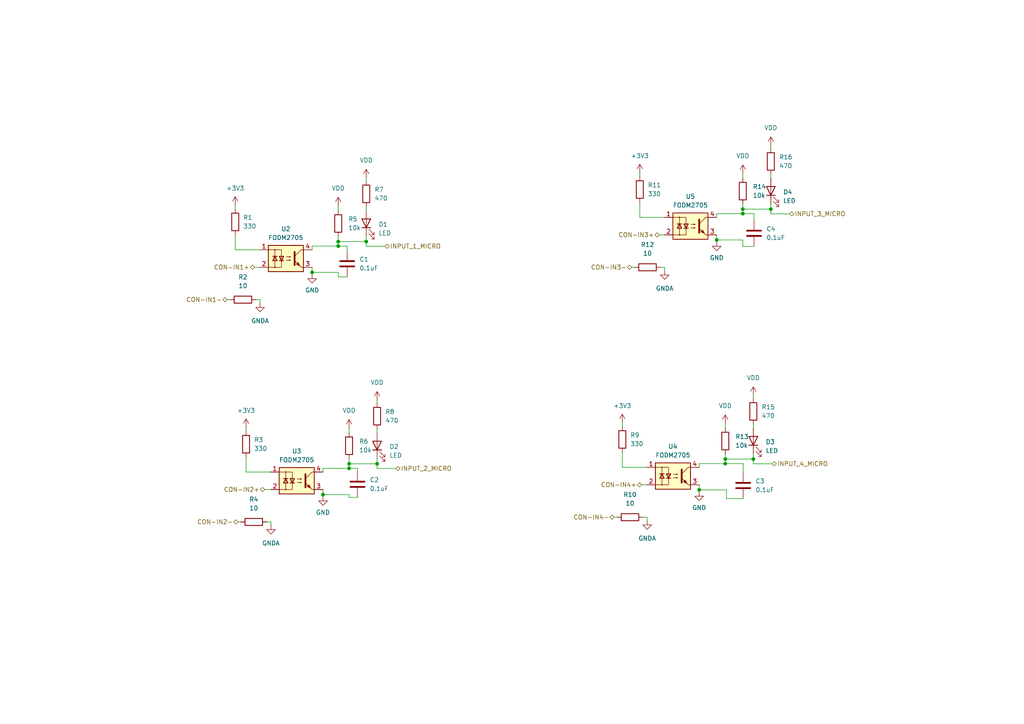
<source format=kicad_sch>
(kicad_sch (version 20230121) (generator eeschema)

  (uuid ca85ab0d-6424-46ca-8431-80d0ab862ac8)

  (paper "A4")

  (lib_symbols
    (symbol "Device:C" (pin_numbers hide) (pin_names (offset 0.254)) (in_bom yes) (on_board yes)
      (property "Reference" "C" (at 0.635 2.54 0)
        (effects (font (size 1.27 1.27)) (justify left))
      )
      (property "Value" "C" (at 0.635 -2.54 0)
        (effects (font (size 1.27 1.27)) (justify left))
      )
      (property "Footprint" "" (at 0.9652 -3.81 0)
        (effects (font (size 1.27 1.27)) hide)
      )
      (property "Datasheet" "~" (at 0 0 0)
        (effects (font (size 1.27 1.27)) hide)
      )
      (property "ki_keywords" "cap capacitor" (at 0 0 0)
        (effects (font (size 1.27 1.27)) hide)
      )
      (property "ki_description" "Unpolarized capacitor" (at 0 0 0)
        (effects (font (size 1.27 1.27)) hide)
      )
      (property "ki_fp_filters" "C_*" (at 0 0 0)
        (effects (font (size 1.27 1.27)) hide)
      )
      (symbol "C_0_1"
        (polyline
          (pts
            (xy -2.032 -0.762)
            (xy 2.032 -0.762)
          )
          (stroke (width 0.508) (type default))
          (fill (type none))
        )
        (polyline
          (pts
            (xy -2.032 0.762)
            (xy 2.032 0.762)
          )
          (stroke (width 0.508) (type default))
          (fill (type none))
        )
      )
      (symbol "C_1_1"
        (pin passive line (at 0 3.81 270) (length 2.794)
          (name "~" (effects (font (size 1.27 1.27))))
          (number "1" (effects (font (size 1.27 1.27))))
        )
        (pin passive line (at 0 -3.81 90) (length 2.794)
          (name "~" (effects (font (size 1.27 1.27))))
          (number "2" (effects (font (size 1.27 1.27))))
        )
      )
    )
    (symbol "Device:LED" (pin_numbers hide) (pin_names (offset 1.016) hide) (in_bom yes) (on_board yes)
      (property "Reference" "D" (at 0 2.54 0)
        (effects (font (size 1.27 1.27)))
      )
      (property "Value" "LED" (at 0 -2.54 0)
        (effects (font (size 1.27 1.27)))
      )
      (property "Footprint" "" (at 0 0 0)
        (effects (font (size 1.27 1.27)) hide)
      )
      (property "Datasheet" "~" (at 0 0 0)
        (effects (font (size 1.27 1.27)) hide)
      )
      (property "ki_keywords" "LED diode" (at 0 0 0)
        (effects (font (size 1.27 1.27)) hide)
      )
      (property "ki_description" "Light emitting diode" (at 0 0 0)
        (effects (font (size 1.27 1.27)) hide)
      )
      (property "ki_fp_filters" "LED* LED_SMD:* LED_THT:*" (at 0 0 0)
        (effects (font (size 1.27 1.27)) hide)
      )
      (symbol "LED_0_1"
        (polyline
          (pts
            (xy -1.27 -1.27)
            (xy -1.27 1.27)
          )
          (stroke (width 0.254) (type default))
          (fill (type none))
        )
        (polyline
          (pts
            (xy -1.27 0)
            (xy 1.27 0)
          )
          (stroke (width 0) (type default))
          (fill (type none))
        )
        (polyline
          (pts
            (xy 1.27 -1.27)
            (xy 1.27 1.27)
            (xy -1.27 0)
            (xy 1.27 -1.27)
          )
          (stroke (width 0.254) (type default))
          (fill (type none))
        )
        (polyline
          (pts
            (xy -3.048 -0.762)
            (xy -4.572 -2.286)
            (xy -3.81 -2.286)
            (xy -4.572 -2.286)
            (xy -4.572 -1.524)
          )
          (stroke (width 0) (type default))
          (fill (type none))
        )
        (polyline
          (pts
            (xy -1.778 -0.762)
            (xy -3.302 -2.286)
            (xy -2.54 -2.286)
            (xy -3.302 -2.286)
            (xy -3.302 -1.524)
          )
          (stroke (width 0) (type default))
          (fill (type none))
        )
      )
      (symbol "LED_1_1"
        (pin passive line (at -3.81 0 0) (length 2.54)
          (name "K" (effects (font (size 1.27 1.27))))
          (number "1" (effects (font (size 1.27 1.27))))
        )
        (pin passive line (at 3.81 0 180) (length 2.54)
          (name "A" (effects (font (size 1.27 1.27))))
          (number "2" (effects (font (size 1.27 1.27))))
        )
      )
    )
    (symbol "Device:R" (pin_numbers hide) (pin_names (offset 0)) (in_bom yes) (on_board yes)
      (property "Reference" "R" (at 2.032 0 90)
        (effects (font (size 1.27 1.27)))
      )
      (property "Value" "R" (at 0 0 90)
        (effects (font (size 1.27 1.27)))
      )
      (property "Footprint" "" (at -1.778 0 90)
        (effects (font (size 1.27 1.27)) hide)
      )
      (property "Datasheet" "~" (at 0 0 0)
        (effects (font (size 1.27 1.27)) hide)
      )
      (property "ki_keywords" "R res resistor" (at 0 0 0)
        (effects (font (size 1.27 1.27)) hide)
      )
      (property "ki_description" "Resistor" (at 0 0 0)
        (effects (font (size 1.27 1.27)) hide)
      )
      (property "ki_fp_filters" "R_*" (at 0 0 0)
        (effects (font (size 1.27 1.27)) hide)
      )
      (symbol "R_0_1"
        (rectangle (start -1.016 -2.54) (end 1.016 2.54)
          (stroke (width 0.254) (type default))
          (fill (type none))
        )
      )
      (symbol "R_1_1"
        (pin passive line (at 0 3.81 270) (length 1.27)
          (name "~" (effects (font (size 1.27 1.27))))
          (number "1" (effects (font (size 1.27 1.27))))
        )
        (pin passive line (at 0 -3.81 90) (length 1.27)
          (name "~" (effects (font (size 1.27 1.27))))
          (number "2" (effects (font (size 1.27 1.27))))
        )
      )
    )
    (symbol "FODM2705_1" (in_bom yes) (on_board yes)
      (property "Reference" "U?" (at -0.0508 13.716 0)
        (effects (font (size 1.27 1.27)))
      )
      (property "Value" "FODM2705" (at -0.0508 11.176 0)
        (effects (font (size 1.27 1.27)))
      )
      (property "Footprint" "nuevo simbolo:FODM2705" (at 0 0 0)
        (effects (font (size 1.27 1.27)) hide)
      )
      (property "Datasheet" "https://pdf1.alldatasheet.com/datasheet-pdf/view/176509/FAIRCHILD/FODM2705.html" (at 0 0 0)
        (effects (font (size 1.27 1.27)) hide)
      )
      (symbol "FODM2705_1_0_1"
        (rectangle (start -5.1308 8.9408) (end 5.0292 1.3208)
          (stroke (width 0.254) (type default))
          (fill (type background))
        )
        (circle (center -3.2258 2.5908) (radius 0.127)
          (stroke (width 0) (type default))
          (fill (type none))
        )
        (circle (center -3.2258 7.6708) (radius 0.127)
          (stroke (width 0) (type default))
          (fill (type none))
        )
        (polyline
          (pts
            (xy -3.8608 5.7658)
            (xy -2.5908 5.7658)
          )
          (stroke (width 0.254) (type default))
          (fill (type none))
        )
        (polyline
          (pts
            (xy -3.2258 4.4958)
            (xy -3.2258 2.5908)
          )
          (stroke (width 0) (type default))
          (fill (type none))
        )
        (polyline
          (pts
            (xy -3.2258 4.4958)
            (xy -3.2258 7.6708)
          )
          (stroke (width 0) (type default))
          (fill (type none))
        )
        (polyline
          (pts
            (xy -1.9558 4.4958)
            (xy -0.6858 4.4958)
          )
          (stroke (width 0.254) (type default))
          (fill (type none))
        )
        (polyline
          (pts
            (xy 2.4892 5.7658)
            (xy 4.3942 7.6708)
          )
          (stroke (width 0) (type default))
          (fill (type none))
        )
        (polyline
          (pts
            (xy 4.3942 2.5908)
            (xy 2.4892 4.4958)
          )
          (stroke (width 0) (type default))
          (fill (type outline))
        )
        (polyline
          (pts
            (xy 4.3942 2.5908)
            (xy 5.0292 2.5908)
          )
          (stroke (width 0) (type default))
          (fill (type none))
        )
        (polyline
          (pts
            (xy 4.3942 7.6708)
            (xy 5.0292 7.6708)
          )
          (stroke (width 0) (type default))
          (fill (type none))
        )
        (polyline
          (pts
            (xy -5.1308 7.6708)
            (xy -1.3208 7.6708)
            (xy -1.3208 4.4958)
          )
          (stroke (width 0) (type default))
          (fill (type none))
        )
        (polyline
          (pts
            (xy -1.3208 4.4958)
            (xy -1.3208 2.5908)
            (xy -5.1308 2.5908)
          )
          (stroke (width 0) (type default))
          (fill (type none))
        )
        (polyline
          (pts
            (xy 2.4892 7.0358)
            (xy 2.4892 3.2258)
            (xy 2.4892 3.2258)
          )
          (stroke (width 0.508) (type default))
          (fill (type none))
        )
        (polyline
          (pts
            (xy -3.2258 5.7658)
            (xy -3.8608 4.4958)
            (xy -2.5908 4.4958)
            (xy -3.2258 5.7658)
          )
          (stroke (width 0.254) (type default))
          (fill (type none))
        )
        (polyline
          (pts
            (xy -1.3208 4.4958)
            (xy -1.9558 5.7658)
            (xy -0.6858 5.7658)
            (xy -1.3208 4.4958)
          )
          (stroke (width 0.254) (type default))
          (fill (type none))
        )
        (polyline
          (pts
            (xy 0.0762 4.6228)
            (xy 1.3462 4.6228)
            (xy 0.9652 4.4958)
            (xy 0.9652 4.7498)
            (xy 1.3462 4.6228)
          )
          (stroke (width 0) (type default))
          (fill (type none))
        )
        (polyline
          (pts
            (xy 0.0762 5.6388)
            (xy 1.3462 5.6388)
            (xy 0.9652 5.5118)
            (xy 0.9652 5.7658)
            (xy 1.3462 5.6388)
          )
          (stroke (width 0) (type default))
          (fill (type none))
        )
        (polyline
          (pts
            (xy 2.9972 3.4798)
            (xy 3.5052 3.9878)
            (xy 4.0132 2.9718)
            (xy 2.9972 3.4798)
            (xy 2.9972 3.4798)
          )
          (stroke (width 0) (type default))
          (fill (type outline))
        )
      )
      (symbol "FODM2705_1_1_1"
        (pin passive line (at -7.6708 7.6708 0) (length 2.54)
          (name "~" (effects (font (size 1.27 1.27))))
          (number "1" (effects (font (size 1.27 1.27))))
        )
        (pin passive line (at -7.6708 2.5908 0) (length 2.54)
          (name "~" (effects (font (size 1.27 1.27))))
          (number "2" (effects (font (size 1.27 1.27))))
        )
        (pin passive line (at 7.5692 2.5908 180) (length 2.54)
          (name "~" (effects (font (size 1.27 1.27))))
          (number "3" (effects (font (size 1.27 1.27))))
        )
        (pin passive line (at 7.5692 7.6708 180) (length 2.54)
          (name "~" (effects (font (size 1.27 1.27))))
          (number "4" (effects (font (size 1.27 1.27))))
        )
      )
    )
    (symbol "nuevos simvolos:FODM2705" (in_bom yes) (on_board yes)
      (property "Reference" "U" (at 0 0 0)
        (effects (font (size 1.27 1.27)))
      )
      (property "Value" "FODM2705" (at 0 -1.8288 0)
        (effects (font (size 1.27 1.27)))
      )
      (property "Footprint" "nuevo simbolo:FODM2705" (at 0 0 0)
        (effects (font (size 1.27 1.27)) hide)
      )
      (property "Datasheet" "" (at 0 0 0)
        (effects (font (size 1.27 1.27)) hide)
      )
      (symbol "FODM2705_0_1"
        (rectangle (start -5.1308 8.9408) (end 5.0292 1.3208)
          (stroke (width 0.254) (type default))
          (fill (type background))
        )
        (circle (center -3.2258 2.5908) (radius 0.127)
          (stroke (width 0) (type default))
          (fill (type none))
        )
        (circle (center -3.2258 7.6708) (radius 0.127)
          (stroke (width 0) (type default))
          (fill (type none))
        )
        (polyline
          (pts
            (xy -3.8608 5.7658)
            (xy -2.5908 5.7658)
          )
          (stroke (width 0.254) (type default))
          (fill (type none))
        )
        (polyline
          (pts
            (xy -3.2258 4.4958)
            (xy -3.2258 2.5908)
          )
          (stroke (width 0) (type default))
          (fill (type none))
        )
        (polyline
          (pts
            (xy -3.2258 4.4958)
            (xy -3.2258 7.6708)
          )
          (stroke (width 0) (type default))
          (fill (type none))
        )
        (polyline
          (pts
            (xy -1.9558 4.4958)
            (xy -0.6858 4.4958)
          )
          (stroke (width 0.254) (type default))
          (fill (type none))
        )
        (polyline
          (pts
            (xy 2.4892 5.7658)
            (xy 4.3942 7.6708)
          )
          (stroke (width 0) (type default))
          (fill (type none))
        )
        (polyline
          (pts
            (xy 4.3942 2.5908)
            (xy 2.4892 4.4958)
          )
          (stroke (width 0) (type default))
          (fill (type outline))
        )
        (polyline
          (pts
            (xy 4.3942 2.5908)
            (xy 5.0292 2.5908)
          )
          (stroke (width 0) (type default))
          (fill (type none))
        )
        (polyline
          (pts
            (xy 4.3942 7.6708)
            (xy 5.0292 7.6708)
          )
          (stroke (width 0) (type default))
          (fill (type none))
        )
        (polyline
          (pts
            (xy -5.1308 7.6708)
            (xy -1.3208 7.6708)
            (xy -1.3208 4.4958)
          )
          (stroke (width 0) (type default))
          (fill (type none))
        )
        (polyline
          (pts
            (xy -1.3208 4.4958)
            (xy -1.3208 2.5908)
            (xy -5.1308 2.5908)
          )
          (stroke (width 0) (type default))
          (fill (type none))
        )
        (polyline
          (pts
            (xy 2.4892 7.0358)
            (xy 2.4892 3.2258)
            (xy 2.4892 3.2258)
          )
          (stroke (width 0.508) (type default))
          (fill (type none))
        )
        (polyline
          (pts
            (xy -3.2258 5.7658)
            (xy -3.8608 4.4958)
            (xy -2.5908 4.4958)
            (xy -3.2258 5.7658)
          )
          (stroke (width 0.254) (type default))
          (fill (type none))
        )
        (polyline
          (pts
            (xy -1.3208 4.4958)
            (xy -1.9558 5.7658)
            (xy -0.6858 5.7658)
            (xy -1.3208 4.4958)
          )
          (stroke (width 0.254) (type default))
          (fill (type none))
        )
        (polyline
          (pts
            (xy 0.0762 4.6228)
            (xy 1.3462 4.6228)
            (xy 0.9652 4.4958)
            (xy 0.9652 4.7498)
            (xy 1.3462 4.6228)
          )
          (stroke (width 0) (type default))
          (fill (type none))
        )
        (polyline
          (pts
            (xy 0.0762 5.6388)
            (xy 1.3462 5.6388)
            (xy 0.9652 5.5118)
            (xy 0.9652 5.7658)
            (xy 1.3462 5.6388)
          )
          (stroke (width 0) (type default))
          (fill (type none))
        )
        (polyline
          (pts
            (xy 2.9972 3.4798)
            (xy 3.5052 3.9878)
            (xy 4.0132 2.9718)
            (xy 2.9972 3.4798)
            (xy 2.9972 3.4798)
          )
          (stroke (width 0) (type default))
          (fill (type outline))
        )
      )
      (symbol "FODM2705_1_1"
        (pin passive line (at -7.6708 7.6708 0) (length 2.54)
          (name "~" (effects (font (size 1.27 1.27))))
          (number "1" (effects (font (size 1.27 1.27))))
        )
        (pin passive line (at -7.6708 2.5908 0) (length 2.54)
          (name "~" (effects (font (size 1.27 1.27))))
          (number "2" (effects (font (size 1.27 1.27))))
        )
        (pin passive line (at 7.5692 2.5908 180) (length 2.54)
          (name "~" (effects (font (size 1.27 1.27))))
          (number "3" (effects (font (size 1.27 1.27))))
        )
        (pin passive line (at 7.5692 7.6708 180) (length 2.54)
          (name "~" (effects (font (size 1.27 1.27))))
          (number "4" (effects (font (size 1.27 1.27))))
        )
      )
    )
    (symbol "power:+3V3" (power) (pin_names (offset 0)) (in_bom yes) (on_board yes)
      (property "Reference" "#PWR" (at 0 -3.81 0)
        (effects (font (size 1.27 1.27)) hide)
      )
      (property "Value" "+3V3" (at 0 3.556 0)
        (effects (font (size 1.27 1.27)))
      )
      (property "Footprint" "" (at 0 0 0)
        (effects (font (size 1.27 1.27)) hide)
      )
      (property "Datasheet" "" (at 0 0 0)
        (effects (font (size 1.27 1.27)) hide)
      )
      (property "ki_keywords" "power-flag" (at 0 0 0)
        (effects (font (size 1.27 1.27)) hide)
      )
      (property "ki_description" "Power symbol creates a global label with name \"+3V3\"" (at 0 0 0)
        (effects (font (size 1.27 1.27)) hide)
      )
      (symbol "+3V3_0_1"
        (polyline
          (pts
            (xy -0.762 1.27)
            (xy 0 2.54)
          )
          (stroke (width 0) (type default))
          (fill (type none))
        )
        (polyline
          (pts
            (xy 0 0)
            (xy 0 2.54)
          )
          (stroke (width 0) (type default))
          (fill (type none))
        )
        (polyline
          (pts
            (xy 0 2.54)
            (xy 0.762 1.27)
          )
          (stroke (width 0) (type default))
          (fill (type none))
        )
      )
      (symbol "+3V3_1_1"
        (pin power_in line (at 0 0 90) (length 0) hide
          (name "+3V3" (effects (font (size 1.27 1.27))))
          (number "1" (effects (font (size 1.27 1.27))))
        )
      )
    )
    (symbol "power:GND" (power) (pin_names (offset 0)) (in_bom yes) (on_board yes)
      (property "Reference" "#PWR" (at 0 -6.35 0)
        (effects (font (size 1.27 1.27)) hide)
      )
      (property "Value" "GND" (at 0 -3.81 0)
        (effects (font (size 1.27 1.27)))
      )
      (property "Footprint" "" (at 0 0 0)
        (effects (font (size 1.27 1.27)) hide)
      )
      (property "Datasheet" "" (at 0 0 0)
        (effects (font (size 1.27 1.27)) hide)
      )
      (property "ki_keywords" "power-flag" (at 0 0 0)
        (effects (font (size 1.27 1.27)) hide)
      )
      (property "ki_description" "Power symbol creates a global label with name \"GND\" , ground" (at 0 0 0)
        (effects (font (size 1.27 1.27)) hide)
      )
      (symbol "GND_0_1"
        (polyline
          (pts
            (xy 0 0)
            (xy 0 -1.27)
            (xy 1.27 -1.27)
            (xy 0 -2.54)
            (xy -1.27 -1.27)
            (xy 0 -1.27)
          )
          (stroke (width 0) (type default))
          (fill (type none))
        )
      )
      (symbol "GND_1_1"
        (pin power_in line (at 0 0 270) (length 0) hide
          (name "GND" (effects (font (size 1.27 1.27))))
          (number "1" (effects (font (size 1.27 1.27))))
        )
      )
    )
    (symbol "power:GNDA" (power) (pin_names (offset 0)) (in_bom yes) (on_board yes)
      (property "Reference" "#PWR" (at 0 -6.35 0)
        (effects (font (size 1.27 1.27)) hide)
      )
      (property "Value" "GNDA" (at 0 -3.81 0)
        (effects (font (size 1.27 1.27)))
      )
      (property "Footprint" "" (at 0 0 0)
        (effects (font (size 1.27 1.27)) hide)
      )
      (property "Datasheet" "" (at 0 0 0)
        (effects (font (size 1.27 1.27)) hide)
      )
      (property "ki_keywords" "power-flag" (at 0 0 0)
        (effects (font (size 1.27 1.27)) hide)
      )
      (property "ki_description" "Power symbol creates a global label with name \"GNDA\" , analog ground" (at 0 0 0)
        (effects (font (size 1.27 1.27)) hide)
      )
      (symbol "GNDA_0_1"
        (polyline
          (pts
            (xy 0 0)
            (xy 0 -1.27)
            (xy 1.27 -1.27)
            (xy 0 -2.54)
            (xy -1.27 -1.27)
            (xy 0 -1.27)
          )
          (stroke (width 0) (type default))
          (fill (type none))
        )
      )
      (symbol "GNDA_1_1"
        (pin power_in line (at 0 0 270) (length 0) hide
          (name "GNDA" (effects (font (size 1.27 1.27))))
          (number "1" (effects (font (size 1.27 1.27))))
        )
      )
    )
    (symbol "power:VDD" (power) (pin_names (offset 0)) (in_bom yes) (on_board yes)
      (property "Reference" "#PWR" (at 0 -3.81 0)
        (effects (font (size 1.27 1.27)) hide)
      )
      (property "Value" "VDD" (at 0 3.81 0)
        (effects (font (size 1.27 1.27)))
      )
      (property "Footprint" "" (at 0 0 0)
        (effects (font (size 1.27 1.27)) hide)
      )
      (property "Datasheet" "" (at 0 0 0)
        (effects (font (size 1.27 1.27)) hide)
      )
      (property "ki_keywords" "power-flag" (at 0 0 0)
        (effects (font (size 1.27 1.27)) hide)
      )
      (property "ki_description" "Power symbol creates a global label with name \"VDD\"" (at 0 0 0)
        (effects (font (size 1.27 1.27)) hide)
      )
      (symbol "VDD_0_1"
        (polyline
          (pts
            (xy -0.762 1.27)
            (xy 0 2.54)
          )
          (stroke (width 0) (type default))
          (fill (type none))
        )
        (polyline
          (pts
            (xy 0 0)
            (xy 0 2.54)
          )
          (stroke (width 0) (type default))
          (fill (type none))
        )
        (polyline
          (pts
            (xy 0 2.54)
            (xy 0.762 1.27)
          )
          (stroke (width 0) (type default))
          (fill (type none))
        )
      )
      (symbol "VDD_1_1"
        (pin power_in line (at 0 0 90) (length 0) hide
          (name "VDD" (effects (font (size 1.27 1.27))))
          (number "1" (effects (font (size 1.27 1.27))))
        )
      )
    )
  )

  (junction (at 93.6752 143.4592) (diameter 0) (color 0 0 0 0)
    (uuid 067a7178-ac53-4a83-aa9a-88360e8b7b51)
  )
  (junction (at 207.8736 69.596) (diameter 0) (color 0 0 0 0)
    (uuid 14e8601a-8725-4cde-8631-667903eee22d)
  )
  (junction (at 98.0948 71.374) (diameter 0) (color 0 0 0 0)
    (uuid 1a457c47-ac42-4a2f-b262-4ae24334bfee)
  )
  (junction (at 101.2444 135.8392) (diameter 0) (color 0 0 0 0)
    (uuid 31b08bcb-a079-4818-bbe1-32d215083615)
  )
  (junction (at 109.3724 134.5184) (diameter 0) (color 0 0 0 0)
    (uuid 36a0bd66-791a-4e94-bbca-db822c318c64)
  )
  (junction (at 215.4428 61.976) (diameter 0) (color 0 0 0 0)
    (uuid 3b5e9de8-1dc3-4574-95ac-db9aeff1a586)
  )
  (junction (at 101.2444 134.5184) (diameter 0) (color 0 0 0 0)
    (uuid 5dba9883-b52e-467a-90fb-bfeac5e4743f)
  )
  (junction (at 202.7936 142.0876) (diameter 0) (color 0 0 0 0)
    (uuid 7c8be589-104a-4d96-ac8e-8618bbe77ba8)
  )
  (junction (at 210.3628 133.1468) (diameter 0) (color 0 0 0 0)
    (uuid b689137a-afe2-48bc-8269-53f14ca1c689)
  )
  (junction (at 106.2228 70.0532) (diameter 0) (color 0 0 0 0)
    (uuid ba91ad3d-0d72-4c33-8fef-48f1385a067b)
  )
  (junction (at 215.4428 60.6552) (diameter 0) (color 0 0 0 0)
    (uuid c97e9ce7-55ce-49a9-b755-536821258d07)
  )
  (junction (at 98.0948 70.0532) (diameter 0) (color 0 0 0 0)
    (uuid cc57abbe-539a-4e6b-a679-64c3cf64508a)
  )
  (junction (at 210.3628 134.4676) (diameter 0) (color 0 0 0 0)
    (uuid dbbeef1f-6fcc-4772-a467-187a036f572e)
  )
  (junction (at 90.5256 78.994) (diameter 0) (color 0 0 0 0)
    (uuid dcb8341b-639a-46f4-b90d-39276a52d2f8)
  )
  (junction (at 223.5708 60.6552) (diameter 0) (color 0 0 0 0)
    (uuid e091d896-a249-47c5-b361-b61d61b564e9)
  )
  (junction (at 218.4908 133.1468) (diameter 0) (color 0 0 0 0)
    (uuid f05f4f68-d0e1-4a8e-aaa9-419b653e8bb2)
  )

  (wire (pts (xy 191.2112 68.1228) (xy 192.6336 68.1228))
    (stroke (width 0) (type default))
    (uuid 001205c2-8217-4e47-8684-75d485e4e19c)
  )
  (wire (pts (xy 93.6752 143.4592) (xy 101.2444 143.4592))
    (stroke (width 0) (type default))
    (uuid 01136720-8725-464d-b2fc-64b7c04d17a2)
  )
  (wire (pts (xy 98.0948 70.0532) (xy 98.0948 71.374))
    (stroke (width 0) (type default))
    (uuid 04b675f5-9e1e-46da-a1ac-f288f4ea80a9)
  )
  (wire (pts (xy 65.8876 86.9188) (xy 66.6496 86.9188))
    (stroke (width 0) (type default))
    (uuid 09cbfb61-9e44-4750-92f3-0bcb1d01bd64)
  )
  (wire (pts (xy 73.8632 77.5208) (xy 75.2856 77.5208))
    (stroke (width 0) (type default))
    (uuid 0a027533-1a93-4c39-9acd-867169ecc104)
  )
  (wire (pts (xy 90.5256 77.5208) (xy 90.5256 78.994))
    (stroke (width 0) (type default))
    (uuid 0b236476-8b88-42a8-833c-5380dd790d65)
  )
  (wire (pts (xy 98.0948 59.7916) (xy 98.0948 61.0108))
    (stroke (width 0) (type default))
    (uuid 0c7fe134-b31c-4bd5-867c-fa9c36c50bda)
  )
  (wire (pts (xy 100.6856 80.3148) (xy 98.0948 80.3148))
    (stroke (width 0) (type default))
    (uuid 1bdb56c6-da98-4fc0-bacc-cccbe09fdd9c)
  )
  (wire (pts (xy 93.6752 143.4592) (xy 93.6752 144.018))
    (stroke (width 0) (type default))
    (uuid 1d53e269-e706-4eaf-ab14-565ae15b9f23)
  )
  (wire (pts (xy 223.5708 59.182) (xy 223.5708 60.6552))
    (stroke (width 0) (type default))
    (uuid 1e33d021-f75d-4c0a-801f-e2738afaca11)
  )
  (wire (pts (xy 106.2228 60.0456) (xy 106.2228 60.96))
    (stroke (width 0) (type default))
    (uuid 1f351de2-2092-4a53-a31c-25f2e4426e49)
  )
  (wire (pts (xy 218.694 61.976) (xy 215.4428 61.976))
    (stroke (width 0) (type default))
    (uuid 1f4a93d1-d49a-4266-8231-5ad0de3a3d69)
  )
  (wire (pts (xy 101.2444 135.8392) (xy 93.6752 135.8392))
    (stroke (width 0) (type default))
    (uuid 1fe2f093-9359-40ea-b317-c90a6b024eda)
  )
  (wire (pts (xy 90.5256 78.994) (xy 90.5256 79.5528))
    (stroke (width 0) (type default))
    (uuid 23c5e23e-a566-4308-8747-8299997faaf5)
  )
  (wire (pts (xy 101.2444 124.2568) (xy 101.2444 125.476))
    (stroke (width 0) (type default))
    (uuid 23db3345-ff2c-4780-9a29-8164057f3617)
  )
  (wire (pts (xy 106.2228 71.4248) (xy 106.2228 70.0532))
    (stroke (width 0) (type default))
    (uuid 24a94834-52e6-4fd1-a79a-40487ae07f30)
  )
  (wire (pts (xy 101.2444 134.5184) (xy 101.2444 135.8392))
    (stroke (width 0) (type default))
    (uuid 2c2d52aa-be75-4c51-ac94-f3bd413d1f84)
  )
  (wire (pts (xy 207.8736 61.976) (xy 207.8736 63.0428))
    (stroke (width 0) (type default))
    (uuid 2db893d7-27c1-4d3d-9fb9-14e68f024263)
  )
  (wire (pts (xy 109.3724 124.5108) (xy 109.3724 125.4252))
    (stroke (width 0) (type default))
    (uuid 30b61c3d-cd44-4955-b5c8-37ba38aa6136)
  )
  (wire (pts (xy 100.6856 72.6948) (xy 100.6856 71.374))
    (stroke (width 0) (type default))
    (uuid 337c7ce1-f63e-46c5-b365-34cba4da4fa2)
  )
  (wire (pts (xy 215.4428 61.976) (xy 207.8736 61.976))
    (stroke (width 0) (type default))
    (uuid 3d46ecbc-3446-4ec2-b203-55883d0985b8)
  )
  (wire (pts (xy 74.2696 86.9188) (xy 75.438 86.9188))
    (stroke (width 0) (type default))
    (uuid 3e8d4ff7-29b4-4556-86d8-9d80eaf835cd)
  )
  (wire (pts (xy 180.4924 122.682) (xy 180.4924 123.6472))
    (stroke (width 0) (type default))
    (uuid 3f087180-b3f2-4ed7-82fd-34b0ea3c1aad)
  )
  (wire (pts (xy 202.7936 142.0876) (xy 210.7184 142.0876))
    (stroke (width 0) (type default))
    (uuid 45a65c29-3201-4650-ad14-6392f7cd35df)
  )
  (wire (pts (xy 223.5708 60.6552) (xy 215.4428 60.6552))
    (stroke (width 0) (type default))
    (uuid 492e8b1e-6ec2-446f-bf3e-f268a4ac4822)
  )
  (wire (pts (xy 68.2244 59.5884) (xy 68.2244 60.5536))
    (stroke (width 0) (type default))
    (uuid 4a4771cd-fda9-44af-9953-be83a3b6fefa)
  )
  (wire (pts (xy 207.8736 68.1228) (xy 207.8736 69.596))
    (stroke (width 0) (type default))
    (uuid 4fc7e129-3aff-4cd9-8e07-bf7fd6670b58)
  )
  (wire (pts (xy 223.5708 62.0268) (xy 223.5708 60.6552))
    (stroke (width 0) (type default))
    (uuid 5928aa97-14f0-44c3-8311-d3bba2c530b0)
  )
  (wire (pts (xy 202.7936 134.4676) (xy 202.7936 135.5344))
    (stroke (width 0) (type default))
    (uuid 5a44673a-b0da-4f2b-935f-8eb9f96d35c9)
  )
  (wire (pts (xy 78.5876 151.384) (xy 78.5876 152.3492))
    (stroke (width 0) (type default))
    (uuid 5c212fc8-7f6b-4e0e-b99d-ea84a8e5132a)
  )
  (wire (pts (xy 98.0948 71.374) (xy 90.5256 71.374))
    (stroke (width 0) (type default))
    (uuid 5e51476d-5efd-4969-bbf5-017da3f2cb95)
  )
  (wire (pts (xy 215.5444 134.4676) (xy 210.3628 134.4676))
    (stroke (width 0) (type default))
    (uuid 60e8abfa-631e-4b38-a82f-e55a296fddeb)
  )
  (wire (pts (xy 90.5256 78.994) (xy 98.0948 78.994))
    (stroke (width 0) (type default))
    (uuid 616a7112-2aeb-4f52-9a36-d13c700ecdcd)
  )
  (wire (pts (xy 223.5708 50.6476) (xy 223.5708 51.562))
    (stroke (width 0) (type default))
    (uuid 62d9163e-1ecc-4368-9981-02d2c9695cce)
  )
  (wire (pts (xy 93.6752 135.8392) (xy 93.6752 136.906))
    (stroke (width 0) (type default))
    (uuid 6341217c-2e21-48a3-958a-0eda7d69d304)
  )
  (wire (pts (xy 114.808 135.89) (xy 109.3724 135.89))
    (stroke (width 0) (type default))
    (uuid 6445c9c4-9a1f-4aae-b9bc-247e022e27e3)
  )
  (wire (pts (xy 98.0948 80.3148) (xy 98.0948 78.994))
    (stroke (width 0) (type default))
    (uuid 646ab3a1-769b-4ce6-9bd2-8624597554e1)
  )
  (wire (pts (xy 218.4908 133.1468) (xy 210.3628 133.1468))
    (stroke (width 0) (type default))
    (uuid 662f8e88-6c83-4f56-b3a9-74fcf097011f)
  )
  (wire (pts (xy 101.2444 133.096) (xy 101.2444 134.5184))
    (stroke (width 0) (type default))
    (uuid 66651482-8f23-4d28-88a1-22b13ec569ac)
  )
  (wire (pts (xy 77.4192 151.384) (xy 78.5876 151.384))
    (stroke (width 0) (type default))
    (uuid 670938f5-253a-40a1-a7ae-c51cbad18ff4)
  )
  (wire (pts (xy 69.0372 151.384) (xy 69.7992 151.384))
    (stroke (width 0) (type default))
    (uuid 67e135d4-366c-481c-b5fd-f69468836b06)
  )
  (wire (pts (xy 218.694 63.8556) (xy 218.694 61.976))
    (stroke (width 0) (type default))
    (uuid 681fc1a6-7ee9-40b5-83cf-6c03428d32a5)
  )
  (wire (pts (xy 207.8736 69.596) (xy 215.4428 69.596))
    (stroke (width 0) (type default))
    (uuid 6935eedd-aa42-4451-b79d-b6ec3d6f7818)
  )
  (wire (pts (xy 78.4352 136.906) (xy 71.374 136.906))
    (stroke (width 0) (type default))
    (uuid 6be78139-fd62-4ca6-98a9-5a1550b9c43a)
  )
  (wire (pts (xy 68.2244 72.4408) (xy 68.2244 68.1736))
    (stroke (width 0) (type default))
    (uuid 6c1e3973-8c2e-4b2b-9d87-5e039e9bcb4e)
  )
  (wire (pts (xy 71.374 124.0536) (xy 71.374 125.0188))
    (stroke (width 0) (type default))
    (uuid 7146f64e-859e-4b57-9688-4eefbb276115)
  )
  (wire (pts (xy 185.5724 63.0428) (xy 185.5724 58.7756))
    (stroke (width 0) (type default))
    (uuid 71960907-0642-46e4-a912-eba8e4651f10)
  )
  (wire (pts (xy 187.706 150.0124) (xy 187.706 150.9776))
    (stroke (width 0) (type default))
    (uuid 77070c30-fc05-4a6e-bf74-4bb042f89c87)
  )
  (wire (pts (xy 186.1312 140.6144) (xy 187.5536 140.6144))
    (stroke (width 0) (type default))
    (uuid 7791dca6-e0e0-4f8f-bc2e-05ab6fc8a0b8)
  )
  (wire (pts (xy 210.7184 144.6276) (xy 210.7184 142.0876))
    (stroke (width 0) (type default))
    (uuid 7864e8e0-0581-4f89-95be-f84d6cbdeb7c)
  )
  (wire (pts (xy 75.2856 72.4408) (xy 68.2244 72.4408))
    (stroke (width 0) (type default))
    (uuid 799e68d8-2881-46fa-81a6-5510a665a29a)
  )
  (wire (pts (xy 101.2444 144.272) (xy 101.2444 143.4592))
    (stroke (width 0) (type default))
    (uuid 7af42df9-d3b7-44dd-bd5b-258e7056a411)
  )
  (wire (pts (xy 187.5536 135.5344) (xy 180.4924 135.5344))
    (stroke (width 0) (type default))
    (uuid 7c24c575-39e3-4a5f-a456-84aa7f68c536)
  )
  (wire (pts (xy 103.6828 135.8392) (xy 101.2444 135.8392))
    (stroke (width 0) (type default))
    (uuid 83b2d43f-3205-45d3-897d-416e77f2c86a)
  )
  (wire (pts (xy 76.7588 141.986) (xy 78.4352 141.986))
    (stroke (width 0) (type default))
    (uuid 8a83522c-2805-4b99-89f4-991bd8a3cec1)
  )
  (wire (pts (xy 186.5376 150.0124) (xy 187.706 150.0124))
    (stroke (width 0) (type default))
    (uuid 8b2d134f-53cb-45b3-8a83-a111ff525c2b)
  )
  (wire (pts (xy 202.7936 142.0876) (xy 202.7936 142.6464))
    (stroke (width 0) (type default))
    (uuid 8bc31926-e6bb-4280-81e6-3c2b0df892b5)
  )
  (wire (pts (xy 218.4908 131.6736) (xy 218.4908 133.1468))
    (stroke (width 0) (type default))
    (uuid 8cfd569e-547e-48b4-91de-edc1df0f55a0)
  )
  (wire (pts (xy 215.4428 50.3936) (xy 215.4428 51.6128))
    (stroke (width 0) (type default))
    (uuid 8d062b18-2a53-44cb-b3b4-38e71ba49b72)
  )
  (wire (pts (xy 185.5724 50.1904) (xy 185.5724 51.1556))
    (stroke (width 0) (type default))
    (uuid 8db7a5da-ebb4-4b85-ba6d-2b68742a7792)
  )
  (wire (pts (xy 109.3724 133.0452) (xy 109.3724 134.5184))
    (stroke (width 0) (type default))
    (uuid 95628c98-b480-41fa-bdb0-b0d72e2834a3)
  )
  (wire (pts (xy 202.7936 140.6144) (xy 202.7936 142.0876))
    (stroke (width 0) (type default))
    (uuid 9752a71a-ae11-4479-af33-39b976e10891)
  )
  (wire (pts (xy 93.6752 141.986) (xy 93.6752 143.4592))
    (stroke (width 0) (type default))
    (uuid 984d25bc-4194-48ed-a4ed-b34e00553740)
  )
  (wire (pts (xy 98.0948 68.6308) (xy 98.0948 70.0532))
    (stroke (width 0) (type default))
    (uuid 98ea108a-f1e6-4072-8bcc-9340a5683260)
  )
  (wire (pts (xy 210.3628 122.8852) (xy 210.3628 124.1044))
    (stroke (width 0) (type default))
    (uuid 99d70eb9-6243-4a34-92bd-b25166edb526)
  )
  (wire (pts (xy 106.2228 68.58) (xy 106.2228 70.0532))
    (stroke (width 0) (type default))
    (uuid 9f544dca-2737-4110-b670-e046bc50e78a)
  )
  (wire (pts (xy 100.6856 71.374) (xy 98.0948 71.374))
    (stroke (width 0) (type default))
    (uuid a262307c-83ae-45d1-a8fa-3393a99774e7)
  )
  (wire (pts (xy 218.4908 114.7572) (xy 218.4908 115.5192))
    (stroke (width 0) (type default))
    (uuid ae0dfcf1-67a0-4fba-87dc-15e73da8c9b8)
  )
  (wire (pts (xy 207.8736 69.596) (xy 207.8736 70.1548))
    (stroke (width 0) (type default))
    (uuid b07730ce-07d2-41b3-8aab-efb75fae1971)
  )
  (wire (pts (xy 215.5444 144.6276) (xy 210.7184 144.6276))
    (stroke (width 0) (type default))
    (uuid b3c6f619-7f8d-405f-bc66-6885897bba41)
  )
  (wire (pts (xy 223.9264 134.5184) (xy 218.4908 134.5184))
    (stroke (width 0) (type default))
    (uuid b3ceec54-5e7b-449c-805c-96abafd0536b)
  )
  (wire (pts (xy 192.786 77.5208) (xy 192.786 78.486))
    (stroke (width 0) (type default))
    (uuid b65126f3-cbc7-40e9-9c2b-c5d9427dc08a)
  )
  (wire (pts (xy 223.5708 42.2656) (xy 223.5708 43.0276))
    (stroke (width 0) (type default))
    (uuid b6a7f229-eb22-40b5-b0f0-6d52444010d3)
  )
  (wire (pts (xy 106.2228 70.0532) (xy 98.0948 70.0532))
    (stroke (width 0) (type default))
    (uuid b8c383e7-6588-4a76-bba8-f1756bbf9610)
  )
  (wire (pts (xy 215.4428 59.2328) (xy 215.4428 60.6552))
    (stroke (width 0) (type default))
    (uuid bb5eb547-1abc-499c-92b7-f95f69485a37)
  )
  (wire (pts (xy 229.0064 62.0268) (xy 223.5708 62.0268))
    (stroke (width 0) (type default))
    (uuid c02c4c11-d551-452c-8934-5317bf8c34a4)
  )
  (wire (pts (xy 210.3628 131.7244) (xy 210.3628 133.1468))
    (stroke (width 0) (type default))
    (uuid c27eab4f-02e7-427b-a765-5181be5c342c)
  )
  (wire (pts (xy 215.4428 71.4756) (xy 215.4428 69.596))
    (stroke (width 0) (type default))
    (uuid c66c1495-86c1-4fd5-88e8-69b474b90003)
  )
  (wire (pts (xy 109.3724 116.1288) (xy 109.3724 116.8908))
    (stroke (width 0) (type default))
    (uuid c7711531-66b1-4db6-90da-d7059f9d95ad)
  )
  (wire (pts (xy 178.1556 150.0124) (xy 178.9176 150.0124))
    (stroke (width 0) (type default))
    (uuid c7cad7e9-37ef-4fc7-a048-69175481d6c7)
  )
  (wire (pts (xy 210.3628 134.4676) (xy 202.7936 134.4676))
    (stroke (width 0) (type default))
    (uuid c8701d1d-0d41-4dc6-a2be-c56274612455)
  )
  (wire (pts (xy 75.438 86.9188) (xy 75.438 87.884))
    (stroke (width 0) (type default))
    (uuid ccafc794-59f1-42b4-a33b-44ad44faf0a2)
  )
  (wire (pts (xy 111.6584 71.4248) (xy 106.2228 71.4248))
    (stroke (width 0) (type default))
    (uuid ccd63215-3af7-481e-bc11-c44db0fb93e8)
  )
  (wire (pts (xy 210.3628 133.1468) (xy 210.3628 134.4676))
    (stroke (width 0) (type default))
    (uuid d0141882-bead-46b2-ab79-f13e20d692d6)
  )
  (wire (pts (xy 109.3724 134.5184) (xy 101.2444 134.5184))
    (stroke (width 0) (type default))
    (uuid d266a43d-b3b4-4396-899b-ba04d6990f62)
  )
  (wire (pts (xy 192.6336 63.0428) (xy 185.5724 63.0428))
    (stroke (width 0) (type default))
    (uuid d5d85dae-73c4-474f-93bd-36605d812028)
  )
  (wire (pts (xy 103.6828 144.272) (xy 101.2444 144.272))
    (stroke (width 0) (type default))
    (uuid d7d425d1-17a3-430a-8a07-a12a26792d79)
  )
  (wire (pts (xy 183.2356 77.5208) (xy 183.9976 77.5208))
    (stroke (width 0) (type default))
    (uuid d8416b6e-e50a-4235-97f1-83d46a5450a9)
  )
  (wire (pts (xy 215.4428 60.6552) (xy 215.4428 61.976))
    (stroke (width 0) (type default))
    (uuid e135e54f-5a0c-47ba-bb32-c068b89b27ec)
  )
  (wire (pts (xy 106.2228 51.6636) (xy 106.2228 52.4256))
    (stroke (width 0) (type default))
    (uuid e2550b3e-49fd-479c-963d-9d46a1a2224b)
  )
  (wire (pts (xy 90.5256 71.374) (xy 90.5256 72.4408))
    (stroke (width 0) (type default))
    (uuid e4500fae-1ebc-43ec-9063-09a4b3b5d8bf)
  )
  (wire (pts (xy 191.6176 77.5208) (xy 192.786 77.5208))
    (stroke (width 0) (type default))
    (uuid e57b9643-be6f-4a55-959f-7fd5a86c5f11)
  )
  (wire (pts (xy 215.5444 137.0076) (xy 215.5444 134.4676))
    (stroke (width 0) (type default))
    (uuid eb10b1c6-749d-44b4-a574-3b8b6b2bf361)
  )
  (wire (pts (xy 218.4908 134.5184) (xy 218.4908 133.1468))
    (stroke (width 0) (type default))
    (uuid ece4fefd-4086-4dd5-bd57-c4fef7139f66)
  )
  (wire (pts (xy 180.4924 135.5344) (xy 180.4924 131.2672))
    (stroke (width 0) (type default))
    (uuid ed9a5a11-9e63-4979-9ee3-7867c0683450)
  )
  (wire (pts (xy 218.694 71.4756) (xy 215.4428 71.4756))
    (stroke (width 0) (type default))
    (uuid eed902f0-aa15-41fc-9a09-2dd4048b1433)
  )
  (wire (pts (xy 109.3724 135.89) (xy 109.3724 134.5184))
    (stroke (width 0) (type default))
    (uuid f37080db-9acd-42d8-830c-f14159b71c1b)
  )
  (wire (pts (xy 71.374 136.906) (xy 71.374 132.6388))
    (stroke (width 0) (type default))
    (uuid f6070435-7284-459b-8995-a8f8b4fbee9a)
  )
  (wire (pts (xy 218.4908 123.1392) (xy 218.4908 124.0536))
    (stroke (width 0) (type default))
    (uuid fe2226e2-4dae-443f-88fc-325a75302d9c)
  )
  (wire (pts (xy 103.6828 136.652) (xy 103.6828 135.8392))
    (stroke (width 0) (type default))
    (uuid ff2750ac-ec49-4953-b1f1-48eafcbe8cc9)
  )

  (hierarchical_label "CON-IN4+" (shape bidirectional) (at 186.1312 140.6144 180) (fields_autoplaced)
    (effects (font (size 1.27 1.27)) (justify right))
    (uuid 00a799a7-2d5e-4768-a0e8-f392ec04a1df)
  )
  (hierarchical_label "INPUT_3_MICRO" (shape bidirectional) (at 229.0064 62.0268 0) (fields_autoplaced)
    (effects (font (size 1.27 1.27)) (justify left))
    (uuid 22dbdbcc-c48e-49cf-9e92-24cda219e2d2)
  )
  (hierarchical_label "CON-IN2+" (shape bidirectional) (at 76.7588 141.986 180) (fields_autoplaced)
    (effects (font (size 1.27 1.27)) (justify right))
    (uuid 725be313-f5cb-43e1-9801-83654f6f7727)
  )
  (hierarchical_label "INPUT_1_MICRO" (shape bidirectional) (at 111.6584 71.4248 0) (fields_autoplaced)
    (effects (font (size 1.27 1.27)) (justify left))
    (uuid 7412c1bf-a118-4000-82ee-a3ddd2e88ef8)
  )
  (hierarchical_label "CON-IN3-" (shape bidirectional) (at 183.2356 77.5208 180) (fields_autoplaced)
    (effects (font (size 1.27 1.27)) (justify right))
    (uuid 85e59597-1621-4a7b-ab4a-cb257117aa52)
  )
  (hierarchical_label "INPUT_4_MICRO" (shape bidirectional) (at 223.9264 134.5184 0) (fields_autoplaced)
    (effects (font (size 1.27 1.27)) (justify left))
    (uuid 8f7c8dae-4830-4c78-afa0-729359ee490d)
  )
  (hierarchical_label "CON-IN2-" (shape bidirectional) (at 69.0372 151.384 180) (fields_autoplaced)
    (effects (font (size 1.27 1.27)) (justify right))
    (uuid 9857bcc5-23f6-461f-bd2c-91108b786ffd)
  )
  (hierarchical_label "CON-IN1-" (shape bidirectional) (at 65.8876 86.9188 180) (fields_autoplaced)
    (effects (font (size 1.27 1.27)) (justify right))
    (uuid a62d5538-5210-42b0-aac2-d66b17ebd645)
  )
  (hierarchical_label "INPUT_2_MICRO" (shape bidirectional) (at 114.808 135.89 0) (fields_autoplaced)
    (effects (font (size 1.27 1.27)) (justify left))
    (uuid a69e474a-fa19-42f4-899d-cc7a790f8e0f)
  )
  (hierarchical_label "CON-IN1+" (shape bidirectional) (at 73.8632 77.5208 180) (fields_autoplaced)
    (effects (font (size 1.27 1.27)) (justify right))
    (uuid bb469e77-0934-48ee-b03d-009b81d0430a)
  )
  (hierarchical_label "CON-IN4-" (shape bidirectional) (at 178.1556 150.0124 180) (fields_autoplaced)
    (effects (font (size 1.27 1.27)) (justify right))
    (uuid c99bb2a3-eb4e-4480-8166-28c929b05acd)
  )
  (hierarchical_label "CON-IN3+" (shape bidirectional) (at 191.2112 68.1228 180) (fields_autoplaced)
    (effects (font (size 1.27 1.27)) (justify right))
    (uuid d05674e4-5e98-407e-9d82-aae2c3b99ec3)
  )

  (symbol (lib_id "Device:LED") (at 223.5708 55.372 90) (unit 1)
    (in_bom yes) (on_board yes) (dnp no) (fields_autoplaced)
    (uuid 048e94bf-ee31-4fa1-8010-ba997f4281ad)
    (property "Reference" "D4" (at 227.1268 55.6894 90)
      (effects (font (size 1.27 1.27)) (justify right))
    )
    (property "Value" "LED" (at 227.1268 58.2294 90)
      (effects (font (size 1.27 1.27)) (justify right))
    )
    (property "Footprint" "LED_SMD:LED_0805_2012Metric" (at 223.5708 55.372 0)
      (effects (font (size 1.27 1.27)) hide)
    )
    (property "Datasheet" "~" (at 223.5708 55.372 0)
      (effects (font (size 1.27 1.27)) hide)
    )
    (pin "1" (uuid 408ccf74-2a3c-4a3f-a814-9086fcf6a6d2))
    (pin "2" (uuid fcc12600-9eb6-4d8b-bfb7-dd2c70a9f284))
    (instances
      (project "proyecto de cuatrinestre"
        (path "/5533fec0-65a9-420e-b1e7-3a10cfc49861/2e91ef27-84bf-495f-b512-e0588cb6ef68/e021b715-1e43-447e-9150-ef2d73854be4"
          (reference "D4") (unit 1)
        )
      )
    )
  )

  (symbol (lib_id "power:VDD") (at 218.4908 114.7572 0) (unit 1)
    (in_bom yes) (on_board yes) (dnp no) (fields_autoplaced)
    (uuid 0b287c4d-a4ba-4bc8-89fe-92e8d2e7ed53)
    (property "Reference" "#PWR0111" (at 218.4908 118.5672 0)
      (effects (font (size 1.27 1.27)) hide)
    )
    (property "Value" "VDD" (at 218.4908 109.5756 0)
      (effects (font (size 1.27 1.27)))
    )
    (property "Footprint" "" (at 218.4908 114.7572 0)
      (effects (font (size 1.27 1.27)) hide)
    )
    (property "Datasheet" "" (at 218.4908 114.7572 0)
      (effects (font (size 1.27 1.27)) hide)
    )
    (pin "1" (uuid d3701745-7afe-4fcc-9ad5-486070f7eb58))
    (instances
      (project "proyecto de cuatrinestre"
        (path "/5533fec0-65a9-420e-b1e7-3a10cfc49861/2e91ef27-84bf-495f-b512-e0588cb6ef68/e021b715-1e43-447e-9150-ef2d73854be4"
          (reference "#PWR0111") (unit 1)
        )
      )
    )
  )

  (symbol (lib_id "Device:R") (at 101.2444 129.286 0) (unit 1)
    (in_bom yes) (on_board yes) (dnp no) (fields_autoplaced)
    (uuid 0de9a432-465b-4b6c-b6a4-056d38454460)
    (property "Reference" "R6" (at 104.14 128.0159 0)
      (effects (font (size 1.27 1.27)) (justify left))
    )
    (property "Value" "10k" (at 104.14 130.5559 0)
      (effects (font (size 1.27 1.27)) (justify left))
    )
    (property "Footprint" "Resistor_SMD:R_0805_2012Metric" (at 99.4664 129.286 90)
      (effects (font (size 1.27 1.27)) hide)
    )
    (property "Datasheet" "~" (at 101.2444 129.286 0)
      (effects (font (size 1.27 1.27)) hide)
    )
    (pin "1" (uuid 9a17d1ae-dd17-44ae-8cf3-fc9c53e26629))
    (pin "2" (uuid f5f581cf-b3c6-448e-a229-aa441fcac977))
    (instances
      (project "proyecto de cuatrinestre"
        (path "/5533fec0-65a9-420e-b1e7-3a10cfc49861/2e91ef27-84bf-495f-b512-e0588cb6ef68/e021b715-1e43-447e-9150-ef2d73854be4"
          (reference "R6") (unit 1)
        )
      )
    )
  )

  (symbol (lib_id "Device:R") (at 180.4924 127.4572 0) (unit 1)
    (in_bom yes) (on_board yes) (dnp no) (fields_autoplaced)
    (uuid 0ea68726-595a-44b6-b653-5cb2f8cfc805)
    (property "Reference" "R9" (at 182.7784 126.1871 0)
      (effects (font (size 1.27 1.27)) (justify left))
    )
    (property "Value" "330" (at 182.7784 128.7271 0)
      (effects (font (size 1.27 1.27)) (justify left))
    )
    (property "Footprint" "Resistor_SMD:R_0805_2012Metric" (at 178.7144 127.4572 90)
      (effects (font (size 1.27 1.27)) hide)
    )
    (property "Datasheet" "~" (at 180.4924 127.4572 0)
      (effects (font (size 1.27 1.27)) hide)
    )
    (pin "1" (uuid 85361b6e-0e24-48f0-b742-93a4a8bf8153))
    (pin "2" (uuid 118dd08d-3cc1-49b7-8228-17f173fea851))
    (instances
      (project "proyecto de cuatrinestre"
        (path "/5533fec0-65a9-420e-b1e7-3a10cfc49861/2e91ef27-84bf-495f-b512-e0588cb6ef68/e021b715-1e43-447e-9150-ef2d73854be4"
          (reference "R9") (unit 1)
        )
      )
    )
  )

  (symbol (lib_id "Device:LED") (at 218.4908 127.8636 90) (unit 1)
    (in_bom yes) (on_board yes) (dnp no) (fields_autoplaced)
    (uuid 1209dbd1-db7f-4601-95d0-7d3a32e9efd7)
    (property "Reference" "D3" (at 222.0468 128.181 90)
      (effects (font (size 1.27 1.27)) (justify right))
    )
    (property "Value" "LED" (at 222.0468 130.721 90)
      (effects (font (size 1.27 1.27)) (justify right))
    )
    (property "Footprint" "LED_SMD:LED_0805_2012Metric" (at 218.4908 127.8636 0)
      (effects (font (size 1.27 1.27)) hide)
    )
    (property "Datasheet" "~" (at 218.4908 127.8636 0)
      (effects (font (size 1.27 1.27)) hide)
    )
    (pin "1" (uuid bfb80673-7223-43ac-b279-dd5ad0a3bc32))
    (pin "2" (uuid e408e396-f2c3-4ebe-9e10-bd2f387192ca))
    (instances
      (project "proyecto de cuatrinestre"
        (path "/5533fec0-65a9-420e-b1e7-3a10cfc49861/2e91ef27-84bf-495f-b512-e0588cb6ef68/e021b715-1e43-447e-9150-ef2d73854be4"
          (reference "D3") (unit 1)
        )
      )
    )
  )

  (symbol (lib_id "power:GNDA") (at 187.706 150.9776 0) (unit 1)
    (in_bom yes) (on_board yes) (dnp no) (fields_autoplaced)
    (uuid 17b4681a-054d-4bb7-a4cc-d818e7752519)
    (property "Reference" "#PWR0106" (at 187.706 157.3276 0)
      (effects (font (size 1.27 1.27)) hide)
    )
    (property "Value" "GNDA" (at 187.706 156.1592 0)
      (effects (font (size 1.27 1.27)))
    )
    (property "Footprint" "" (at 187.706 150.9776 0)
      (effects (font (size 1.27 1.27)) hide)
    )
    (property "Datasheet" "" (at 187.706 150.9776 0)
      (effects (font (size 1.27 1.27)) hide)
    )
    (pin "1" (uuid 35ad62a3-aa8b-4e17-abf5-386225a21d57))
    (instances
      (project "proyecto de cuatrinestre"
        (path "/5533fec0-65a9-420e-b1e7-3a10cfc49861/2e91ef27-84bf-495f-b512-e0588cb6ef68/e021b715-1e43-447e-9150-ef2d73854be4"
          (reference "#PWR0106") (unit 1)
        )
      )
    )
  )

  (symbol (lib_id "power:GND") (at 90.5256 79.5528 0) (unit 1)
    (in_bom yes) (on_board yes) (dnp no) (fields_autoplaced)
    (uuid 194160d5-1b0f-40c9-82a2-fc9a7e345f63)
    (property "Reference" "#PWR0116" (at 90.5256 85.9028 0)
      (effects (font (size 1.27 1.27)) hide)
    )
    (property "Value" "GND" (at 90.5256 84.1756 0)
      (effects (font (size 1.27 1.27)))
    )
    (property "Footprint" "" (at 90.5256 79.5528 0)
      (effects (font (size 1.27 1.27)) hide)
    )
    (property "Datasheet" "" (at 90.5256 79.5528 0)
      (effects (font (size 1.27 1.27)) hide)
    )
    (pin "1" (uuid 4af2373c-fa46-48e2-b889-23c4862bed3a))
    (instances
      (project "proyecto de cuatrinestre"
        (path "/5533fec0-65a9-420e-b1e7-3a10cfc49861/2e91ef27-84bf-495f-b512-e0588cb6ef68/e021b715-1e43-447e-9150-ef2d73854be4"
          (reference "#PWR0116") (unit 1)
        )
      )
    )
  )

  (symbol (lib_id "power:+3V3") (at 180.4924 122.682 0) (unit 1)
    (in_bom yes) (on_board yes) (dnp no) (fields_autoplaced)
    (uuid 1fefe1a9-552c-4fbf-8436-d2471e5509f5)
    (property "Reference" "#PWR0109" (at 180.4924 126.492 0)
      (effects (font (size 1.27 1.27)) hide)
    )
    (property "Value" "+3V3" (at 180.4924 117.7036 0)
      (effects (font (size 1.27 1.27)))
    )
    (property "Footprint" "" (at 180.4924 122.682 0)
      (effects (font (size 1.27 1.27)) hide)
    )
    (property "Datasheet" "" (at 180.4924 122.682 0)
      (effects (font (size 1.27 1.27)) hide)
    )
    (pin "1" (uuid d0107bd0-5579-40f0-a2d6-d9cea87ac0d0))
    (instances
      (project "proyecto de cuatrinestre"
        (path "/5533fec0-65a9-420e-b1e7-3a10cfc49861/2e91ef27-84bf-495f-b512-e0588cb6ef68/e021b715-1e43-447e-9150-ef2d73854be4"
          (reference "#PWR0109") (unit 1)
        )
      )
    )
  )

  (symbol (lib_id "Device:C") (at 103.6828 140.462 0) (unit 1)
    (in_bom yes) (on_board yes) (dnp no) (fields_autoplaced)
    (uuid 23e14dc3-3055-4ac9-a3ac-11c76cb0f6ff)
    (property "Reference" "C2" (at 107.2388 139.1919 0)
      (effects (font (size 1.27 1.27)) (justify left))
    )
    (property "Value" "0.1uF" (at 107.2388 141.7319 0)
      (effects (font (size 1.27 1.27)) (justify left))
    )
    (property "Footprint" "Capacitor_SMD:C_0805_2012Metric" (at 104.648 144.272 0)
      (effects (font (size 1.27 1.27)) hide)
    )
    (property "Datasheet" "~" (at 103.6828 140.462 0)
      (effects (font (size 1.27 1.27)) hide)
    )
    (pin "1" (uuid e5187c69-fb86-42d1-b480-8bd7322a44f4))
    (pin "2" (uuid ebac06d6-fa27-4269-9fdf-c5a34531c487))
    (instances
      (project "proyecto de cuatrinestre"
        (path "/5533fec0-65a9-420e-b1e7-3a10cfc49861/2e91ef27-84bf-495f-b512-e0588cb6ef68/e021b715-1e43-447e-9150-ef2d73854be4"
          (reference "C2") (unit 1)
        )
      )
    )
  )

  (symbol (lib_id "Device:R") (at 187.8076 77.5208 270) (unit 1)
    (in_bom yes) (on_board yes) (dnp no) (fields_autoplaced)
    (uuid 27426469-8963-4e5b-a45a-91570c61a3ce)
    (property "Reference" "R12" (at 187.8076 70.9676 90)
      (effects (font (size 1.27 1.27)))
    )
    (property "Value" "10" (at 187.8076 73.5076 90)
      (effects (font (size 1.27 1.27)))
    )
    (property "Footprint" "Resistor_SMD:R_0805_2012Metric" (at 187.8076 75.7428 90)
      (effects (font (size 1.27 1.27)) hide)
    )
    (property "Datasheet" "~" (at 187.8076 77.5208 0)
      (effects (font (size 1.27 1.27)) hide)
    )
    (pin "1" (uuid 8b9dedb5-99e0-4117-8ae1-35f55fac275f))
    (pin "2" (uuid 22499814-b33c-4528-868c-f8af5c4b528b))
    (instances
      (project "proyecto de cuatrinestre"
        (path "/5533fec0-65a9-420e-b1e7-3a10cfc49861/2e91ef27-84bf-495f-b512-e0588cb6ef68/e021b715-1e43-447e-9150-ef2d73854be4"
          (reference "R12") (unit 1)
        )
      )
    )
  )

  (symbol (lib_id "power:GND") (at 207.8736 70.1548 0) (unit 1)
    (in_bom yes) (on_board yes) (dnp no) (fields_autoplaced)
    (uuid 2953cb13-55b5-46f5-81aa-62912e51509f)
    (property "Reference" "#PWR0101" (at 207.8736 76.5048 0)
      (effects (font (size 1.27 1.27)) hide)
    )
    (property "Value" "GND" (at 207.8736 74.7776 0)
      (effects (font (size 1.27 1.27)))
    )
    (property "Footprint" "" (at 207.8736 70.1548 0)
      (effects (font (size 1.27 1.27)) hide)
    )
    (property "Datasheet" "" (at 207.8736 70.1548 0)
      (effects (font (size 1.27 1.27)) hide)
    )
    (pin "1" (uuid a59726c8-dece-42d6-8dca-c24e66ac7ce7))
    (instances
      (project "proyecto de cuatrinestre"
        (path "/5533fec0-65a9-420e-b1e7-3a10cfc49861/2e91ef27-84bf-495f-b512-e0588cb6ef68/e021b715-1e43-447e-9150-ef2d73854be4"
          (reference "#PWR0101") (unit 1)
        )
      )
    )
  )

  (symbol (lib_id "power:VDD") (at 106.2228 51.6636 0) (unit 1)
    (in_bom yes) (on_board yes) (dnp no) (fields_autoplaced)
    (uuid 2f4d9a35-4f7b-44cd-9446-3c43778b807b)
    (property "Reference" "#PWR0118" (at 106.2228 55.4736 0)
      (effects (font (size 1.27 1.27)) hide)
    )
    (property "Value" "VDD" (at 106.2228 46.482 0)
      (effects (font (size 1.27 1.27)))
    )
    (property "Footprint" "" (at 106.2228 51.6636 0)
      (effects (font (size 1.27 1.27)) hide)
    )
    (property "Datasheet" "" (at 106.2228 51.6636 0)
      (effects (font (size 1.27 1.27)) hide)
    )
    (pin "1" (uuid fe4cb4f8-a3b5-48dc-af22-7b82a678f80e))
    (instances
      (project "proyecto de cuatrinestre"
        (path "/5533fec0-65a9-420e-b1e7-3a10cfc49861/2e91ef27-84bf-495f-b512-e0588cb6ef68/e021b715-1e43-447e-9150-ef2d73854be4"
          (reference "#PWR0118") (unit 1)
        )
      )
    )
  )

  (symbol (lib_id "Device:R") (at 215.4428 55.4228 0) (unit 1)
    (in_bom yes) (on_board yes) (dnp no) (fields_autoplaced)
    (uuid 3039c68b-3992-433b-ba3e-6b1f1372af3d)
    (property "Reference" "R14" (at 218.3384 54.1527 0)
      (effects (font (size 1.27 1.27)) (justify left))
    )
    (property "Value" "10k" (at 218.3384 56.6927 0)
      (effects (font (size 1.27 1.27)) (justify left))
    )
    (property "Footprint" "Resistor_SMD:R_0805_2012Metric" (at 213.6648 55.4228 90)
      (effects (font (size 1.27 1.27)) hide)
    )
    (property "Datasheet" "~" (at 215.4428 55.4228 0)
      (effects (font (size 1.27 1.27)) hide)
    )
    (pin "1" (uuid be205c75-024c-4794-9a3c-4b6c8591e3ab))
    (pin "2" (uuid f2fac42f-cec5-4098-8ba7-4e2e613aad29))
    (instances
      (project "proyecto de cuatrinestre"
        (path "/5533fec0-65a9-420e-b1e7-3a10cfc49861/2e91ef27-84bf-495f-b512-e0588cb6ef68/e021b715-1e43-447e-9150-ef2d73854be4"
          (reference "R14") (unit 1)
        )
      )
    )
  )

  (symbol (lib_id "power:VDD") (at 215.4428 50.3936 0) (unit 1)
    (in_bom yes) (on_board yes) (dnp no) (fields_autoplaced)
    (uuid 34091012-a9a2-48f2-945e-a855235eedea)
    (property "Reference" "#PWR0159" (at 215.4428 54.2036 0)
      (effects (font (size 1.27 1.27)) hide)
    )
    (property "Value" "VDD" (at 215.4428 45.212 0)
      (effects (font (size 1.27 1.27)))
    )
    (property "Footprint" "" (at 215.4428 50.3936 0)
      (effects (font (size 1.27 1.27)) hide)
    )
    (property "Datasheet" "" (at 215.4428 50.3936 0)
      (effects (font (size 1.27 1.27)) hide)
    )
    (pin "1" (uuid 15149006-a378-4d87-8902-eff98d806417))
    (instances
      (project "proyecto de cuatrinestre"
        (path "/5533fec0-65a9-420e-b1e7-3a10cfc49861/2e91ef27-84bf-495f-b512-e0588cb6ef68/e021b715-1e43-447e-9150-ef2d73854be4"
          (reference "#PWR0159") (unit 1)
        )
      )
    )
  )

  (symbol (lib_id "power:GNDA") (at 192.786 78.486 0) (unit 1)
    (in_bom yes) (on_board yes) (dnp no) (fields_autoplaced)
    (uuid 3804159e-cd9b-4bcb-b5b4-75d2d1f97090)
    (property "Reference" "#PWR0104" (at 192.786 84.836 0)
      (effects (font (size 1.27 1.27)) hide)
    )
    (property "Value" "GNDA" (at 192.786 83.6676 0)
      (effects (font (size 1.27 1.27)))
    )
    (property "Footprint" "" (at 192.786 78.486 0)
      (effects (font (size 1.27 1.27)) hide)
    )
    (property "Datasheet" "" (at 192.786 78.486 0)
      (effects (font (size 1.27 1.27)) hide)
    )
    (pin "1" (uuid 9d27c5fb-26a6-46f1-a1da-638b4a8eead2))
    (instances
      (project "proyecto de cuatrinestre"
        (path "/5533fec0-65a9-420e-b1e7-3a10cfc49861/2e91ef27-84bf-495f-b512-e0588cb6ef68/e021b715-1e43-447e-9150-ef2d73854be4"
          (reference "#PWR0104") (unit 1)
        )
      )
    )
  )

  (symbol (lib_id "power:VDD") (at 210.3628 122.8852 0) (unit 1)
    (in_bom yes) (on_board yes) (dnp no) (fields_autoplaced)
    (uuid 3b54d44e-39e4-4851-999f-33728ad3d07b)
    (property "Reference" "#PWR0112" (at 210.3628 126.6952 0)
      (effects (font (size 1.27 1.27)) hide)
    )
    (property "Value" "VDD" (at 210.3628 117.7036 0)
      (effects (font (size 1.27 1.27)))
    )
    (property "Footprint" "" (at 210.3628 122.8852 0)
      (effects (font (size 1.27 1.27)) hide)
    )
    (property "Datasheet" "" (at 210.3628 122.8852 0)
      (effects (font (size 1.27 1.27)) hide)
    )
    (pin "1" (uuid 8f7f4fc5-eee3-4697-90d3-9eabf4f9e06c))
    (instances
      (project "proyecto de cuatrinestre"
        (path "/5533fec0-65a9-420e-b1e7-3a10cfc49861/2e91ef27-84bf-495f-b512-e0588cb6ef68/e021b715-1e43-447e-9150-ef2d73854be4"
          (reference "#PWR0112") (unit 1)
        )
      )
    )
  )

  (symbol (lib_id "Device:LED") (at 106.2228 64.77 90) (unit 1)
    (in_bom yes) (on_board yes) (dnp no) (fields_autoplaced)
    (uuid 3fce2b79-10d4-4f92-a276-d83b166c7efd)
    (property "Reference" "D1" (at 109.7788 65.0874 90)
      (effects (font (size 1.27 1.27)) (justify right))
    )
    (property "Value" "LED" (at 109.7788 67.6274 90)
      (effects (font (size 1.27 1.27)) (justify right))
    )
    (property "Footprint" "LED_SMD:LED_0805_2012Metric" (at 106.2228 64.77 0)
      (effects (font (size 1.27 1.27)) hide)
    )
    (property "Datasheet" "~" (at 106.2228 64.77 0)
      (effects (font (size 1.27 1.27)) hide)
    )
    (pin "1" (uuid 0ba308d2-c4c5-4ce8-a23d-18c36862b121))
    (pin "2" (uuid bb2795dd-0095-4d3e-a424-cea6989e4932))
    (instances
      (project "proyecto de cuatrinestre"
        (path "/5533fec0-65a9-420e-b1e7-3a10cfc49861/2e91ef27-84bf-495f-b512-e0588cb6ef68/e021b715-1e43-447e-9150-ef2d73854be4"
          (reference "D1") (unit 1)
        )
      )
    )
  )

  (symbol (lib_id "power:VDD") (at 101.2444 124.2568 0) (unit 1)
    (in_bom yes) (on_board yes) (dnp no) (fields_autoplaced)
    (uuid 40a2ce71-d63b-4b25-b586-54d83ce69735)
    (property "Reference" "#PWR0107" (at 101.2444 128.0668 0)
      (effects (font (size 1.27 1.27)) hide)
    )
    (property "Value" "VDD" (at 101.2444 119.0752 0)
      (effects (font (size 1.27 1.27)))
    )
    (property "Footprint" "" (at 101.2444 124.2568 0)
      (effects (font (size 1.27 1.27)) hide)
    )
    (property "Datasheet" "" (at 101.2444 124.2568 0)
      (effects (font (size 1.27 1.27)) hide)
    )
    (pin "1" (uuid a0716236-1b99-491f-8be6-65b37cc3394b))
    (instances
      (project "proyecto de cuatrinestre"
        (path "/5533fec0-65a9-420e-b1e7-3a10cfc49861/2e91ef27-84bf-495f-b512-e0588cb6ef68/e021b715-1e43-447e-9150-ef2d73854be4"
          (reference "#PWR0107") (unit 1)
        )
      )
    )
  )

  (symbol (lib_id "Device:R") (at 109.3724 120.7008 0) (unit 1)
    (in_bom yes) (on_board yes) (dnp no) (fields_autoplaced)
    (uuid 42506acc-2f1b-4852-9200-1d49f31221de)
    (property "Reference" "R8" (at 111.76 119.4307 0)
      (effects (font (size 1.27 1.27)) (justify left))
    )
    (property "Value" "470" (at 111.76 121.9707 0)
      (effects (font (size 1.27 1.27)) (justify left))
    )
    (property "Footprint" "Resistor_SMD:R_0805_2012Metric" (at 107.5944 120.7008 90)
      (effects (font (size 1.27 1.27)) hide)
    )
    (property "Datasheet" "~" (at 109.3724 120.7008 0)
      (effects (font (size 1.27 1.27)) hide)
    )
    (pin "1" (uuid 6c15f289-193b-4915-ac3d-20a4eb24c5a3))
    (pin "2" (uuid 1a599614-de0d-4baf-bef1-f0eab4f908ad))
    (instances
      (project "proyecto de cuatrinestre"
        (path "/5533fec0-65a9-420e-b1e7-3a10cfc49861/2e91ef27-84bf-495f-b512-e0588cb6ef68/e021b715-1e43-447e-9150-ef2d73854be4"
          (reference "R8") (unit 1)
        )
      )
    )
  )

  (symbol (lib_id "Device:C") (at 215.5444 140.8176 0) (unit 1)
    (in_bom yes) (on_board yes) (dnp no) (fields_autoplaced)
    (uuid 48820ebc-a075-4868-a158-f09f1e7d9365)
    (property "Reference" "C3" (at 219.1004 139.5475 0)
      (effects (font (size 1.27 1.27)) (justify left))
    )
    (property "Value" "0.1uF" (at 219.1004 142.0875 0)
      (effects (font (size 1.27 1.27)) (justify left))
    )
    (property "Footprint" "Capacitor_SMD:C_0805_2012Metric" (at 216.5096 144.6276 0)
      (effects (font (size 1.27 1.27)) hide)
    )
    (property "Datasheet" "~" (at 215.5444 140.8176 0)
      (effects (font (size 1.27 1.27)) hide)
    )
    (pin "1" (uuid 4cd6f2d3-0be5-463d-9e31-c8b77dd227dc))
    (pin "2" (uuid 49ab7878-f2c0-4f13-8e7e-f2f602db66be))
    (instances
      (project "proyecto de cuatrinestre"
        (path "/5533fec0-65a9-420e-b1e7-3a10cfc49861/2e91ef27-84bf-495f-b512-e0588cb6ef68/e021b715-1e43-447e-9150-ef2d73854be4"
          (reference "C3") (unit 1)
        )
      )
    )
  )

  (symbol (lib_id "Device:R") (at 223.5708 46.8376 0) (unit 1)
    (in_bom yes) (on_board yes) (dnp no) (fields_autoplaced)
    (uuid 4d5e4341-3440-405f-b39b-72c2bd7ebd49)
    (property "Reference" "R16" (at 225.9584 45.5675 0)
      (effects (font (size 1.27 1.27)) (justify left))
    )
    (property "Value" "470" (at 225.9584 48.1075 0)
      (effects (font (size 1.27 1.27)) (justify left))
    )
    (property "Footprint" "Resistor_SMD:R_0805_2012Metric" (at 221.7928 46.8376 90)
      (effects (font (size 1.27 1.27)) hide)
    )
    (property "Datasheet" "~" (at 223.5708 46.8376 0)
      (effects (font (size 1.27 1.27)) hide)
    )
    (pin "1" (uuid b3b33146-a8b5-44c4-9162-9b2aece69991))
    (pin "2" (uuid e0a78139-636a-4fbd-ba8d-8d89608c5079))
    (instances
      (project "proyecto de cuatrinestre"
        (path "/5533fec0-65a9-420e-b1e7-3a10cfc49861/2e91ef27-84bf-495f-b512-e0588cb6ef68/e021b715-1e43-447e-9150-ef2d73854be4"
          (reference "R16") (unit 1)
        )
      )
    )
  )

  (symbol (lib_id "nuevos simvolos:FODM2705") (at 195.2244 143.2052 0) (unit 1)
    (in_bom yes) (on_board yes) (dnp no) (fields_autoplaced)
    (uuid 54c74470-3638-4c52-b836-99afd6a906cd)
    (property "Reference" "U4" (at 195.1736 129.4892 0)
      (effects (font (size 1.27 1.27)))
    )
    (property "Value" "FODM2705" (at 195.1736 132.0292 0)
      (effects (font (size 1.27 1.27)))
    )
    (property "Footprint" "nuevo simbolo:FODM2705" (at 195.2244 143.2052 0)
      (effects (font (size 1.27 1.27)) hide)
    )
    (property "Datasheet" "" (at 195.2244 143.2052 0)
      (effects (font (size 1.27 1.27)) hide)
    )
    (pin "1" (uuid da18b4e5-85be-4aa3-8df6-c046aaca9d5f))
    (pin "2" (uuid 3e1367f2-7213-440b-ba92-8229a1b4ec7d))
    (pin "3" (uuid c3867b25-9e3e-43f5-8ae8-346e23f4c2c1))
    (pin "4" (uuid 3a1ee268-3794-44a1-b004-9d7b6b8feea6))
    (instances
      (project "proyecto de cuatrinestre"
        (path "/5533fec0-65a9-420e-b1e7-3a10cfc49861/2e91ef27-84bf-495f-b512-e0588cb6ef68/e021b715-1e43-447e-9150-ef2d73854be4"
          (reference "U4") (unit 1)
        )
      )
    )
  )

  (symbol (lib_id "Device:R") (at 185.5724 54.9656 0) (unit 1)
    (in_bom yes) (on_board yes) (dnp no) (fields_autoplaced)
    (uuid 5a700d44-9030-4b15-b57b-f93b1b6cb9fb)
    (property "Reference" "R11" (at 187.8584 53.6955 0)
      (effects (font (size 1.27 1.27)) (justify left))
    )
    (property "Value" "330" (at 187.8584 56.2355 0)
      (effects (font (size 1.27 1.27)) (justify left))
    )
    (property "Footprint" "Resistor_SMD:R_0805_2012Metric" (at 183.7944 54.9656 90)
      (effects (font (size 1.27 1.27)) hide)
    )
    (property "Datasheet" "~" (at 185.5724 54.9656 0)
      (effects (font (size 1.27 1.27)) hide)
    )
    (pin "1" (uuid 5ecabb5a-8ab6-493f-a25d-3dc349f42028))
    (pin "2" (uuid 45ae87d2-c33f-4a41-a9b5-fc73343ca682))
    (instances
      (project "proyecto de cuatrinestre"
        (path "/5533fec0-65a9-420e-b1e7-3a10cfc49861/2e91ef27-84bf-495f-b512-e0588cb6ef68/e021b715-1e43-447e-9150-ef2d73854be4"
          (reference "R11") (unit 1)
        )
      )
    )
  )

  (symbol (lib_id "Device:R") (at 68.2244 64.3636 0) (unit 1)
    (in_bom yes) (on_board yes) (dnp no) (fields_autoplaced)
    (uuid 602885cb-a6bd-4b7d-a1a2-7d710894d5bf)
    (property "Reference" "R1" (at 70.5104 63.0935 0)
      (effects (font (size 1.27 1.27)) (justify left))
    )
    (property "Value" "330" (at 70.5104 65.6335 0)
      (effects (font (size 1.27 1.27)) (justify left))
    )
    (property "Footprint" "Resistor_SMD:R_0805_2012Metric" (at 66.4464 64.3636 90)
      (effects (font (size 1.27 1.27)) hide)
    )
    (property "Datasheet" "~" (at 68.2244 64.3636 0)
      (effects (font (size 1.27 1.27)) hide)
    )
    (pin "1" (uuid 4f09f4e2-d671-4086-8a6c-05ce55878c63))
    (pin "2" (uuid 20445f2c-7b2b-447a-9d5e-ac07b175577d))
    (instances
      (project "proyecto de cuatrinestre"
        (path "/5533fec0-65a9-420e-b1e7-3a10cfc49861/2e91ef27-84bf-495f-b512-e0588cb6ef68/e021b715-1e43-447e-9150-ef2d73854be4"
          (reference "R1") (unit 1)
        )
      )
    )
  )

  (symbol (lib_id "power:+3V3") (at 185.5724 50.1904 0) (unit 1)
    (in_bom yes) (on_board yes) (dnp no) (fields_autoplaced)
    (uuid 6dbebe8f-1fcf-4241-82f8-07c16fd0d358)
    (property "Reference" "#PWR0119" (at 185.5724 54.0004 0)
      (effects (font (size 1.27 1.27)) hide)
    )
    (property "Value" "+3V3" (at 185.5724 45.212 0)
      (effects (font (size 1.27 1.27)))
    )
    (property "Footprint" "" (at 185.5724 50.1904 0)
      (effects (font (size 1.27 1.27)) hide)
    )
    (property "Datasheet" "" (at 185.5724 50.1904 0)
      (effects (font (size 1.27 1.27)) hide)
    )
    (pin "1" (uuid 90d05035-060a-4922-84ee-cd4f82d6bd7f))
    (instances
      (project "proyecto de cuatrinestre"
        (path "/5533fec0-65a9-420e-b1e7-3a10cfc49861/2e91ef27-84bf-495f-b512-e0588cb6ef68/e021b715-1e43-447e-9150-ef2d73854be4"
          (reference "#PWR0119") (unit 1)
        )
      )
    )
  )

  (symbol (lib_id "Device:R") (at 73.6092 151.384 270) (unit 1)
    (in_bom yes) (on_board yes) (dnp no) (fields_autoplaced)
    (uuid 73239c87-aa0a-4886-a93b-f5d67c7ec41d)
    (property "Reference" "R4" (at 73.6092 144.8308 90)
      (effects (font (size 1.27 1.27)))
    )
    (property "Value" "10" (at 73.6092 147.3708 90)
      (effects (font (size 1.27 1.27)))
    )
    (property "Footprint" "Resistor_SMD:R_0805_2012Metric" (at 73.6092 149.606 90)
      (effects (font (size 1.27 1.27)) hide)
    )
    (property "Datasheet" "~" (at 73.6092 151.384 0)
      (effects (font (size 1.27 1.27)) hide)
    )
    (pin "1" (uuid bc26ede3-7661-4f60-a40c-6d65437db46f))
    (pin "2" (uuid 04473e62-2d3e-4757-81c3-04a6c6a1d097))
    (instances
      (project "proyecto de cuatrinestre"
        (path "/5533fec0-65a9-420e-b1e7-3a10cfc49861/2e91ef27-84bf-495f-b512-e0588cb6ef68/e021b715-1e43-447e-9150-ef2d73854be4"
          (reference "R4") (unit 1)
        )
      )
    )
  )

  (symbol (lib_id "Device:R") (at 218.4908 119.3292 0) (unit 1)
    (in_bom yes) (on_board yes) (dnp no) (fields_autoplaced)
    (uuid 8893f2f6-6699-474b-91c4-36066c445f0f)
    (property "Reference" "R15" (at 220.8784 118.0591 0)
      (effects (font (size 1.27 1.27)) (justify left))
    )
    (property "Value" "470" (at 220.8784 120.5991 0)
      (effects (font (size 1.27 1.27)) (justify left))
    )
    (property "Footprint" "Resistor_SMD:R_0805_2012Metric" (at 216.7128 119.3292 90)
      (effects (font (size 1.27 1.27)) hide)
    )
    (property "Datasheet" "~" (at 218.4908 119.3292 0)
      (effects (font (size 1.27 1.27)) hide)
    )
    (pin "1" (uuid ac2d4ad2-3d61-4f05-ac67-4cdc5d47407f))
    (pin "2" (uuid 35bf6b2e-c0cc-4ab8-990f-9537b66fc288))
    (instances
      (project "proyecto de cuatrinestre"
        (path "/5533fec0-65a9-420e-b1e7-3a10cfc49861/2e91ef27-84bf-495f-b512-e0588cb6ef68/e021b715-1e43-447e-9150-ef2d73854be4"
          (reference "R15") (unit 1)
        )
      )
    )
  )

  (symbol (lib_id "power:+3V3") (at 68.2244 59.5884 0) (unit 1)
    (in_bom yes) (on_board yes) (dnp no) (fields_autoplaced)
    (uuid 88a69f52-29ee-45e8-af9a-395ac9c7f613)
    (property "Reference" "#PWR0114" (at 68.2244 63.3984 0)
      (effects (font (size 1.27 1.27)) hide)
    )
    (property "Value" "+3V3" (at 68.2244 54.61 0)
      (effects (font (size 1.27 1.27)))
    )
    (property "Footprint" "" (at 68.2244 59.5884 0)
      (effects (font (size 1.27 1.27)) hide)
    )
    (property "Datasheet" "" (at 68.2244 59.5884 0)
      (effects (font (size 1.27 1.27)) hide)
    )
    (pin "1" (uuid 8ab7e454-5ad0-4b73-8624-ef6f00518734))
    (instances
      (project "proyecto de cuatrinestre"
        (path "/5533fec0-65a9-420e-b1e7-3a10cfc49861/2e91ef27-84bf-495f-b512-e0588cb6ef68/e021b715-1e43-447e-9150-ef2d73854be4"
          (reference "#PWR0114") (unit 1)
        )
      )
    )
  )

  (symbol (lib_id "power:GND") (at 202.7936 142.6464 0) (unit 1)
    (in_bom yes) (on_board yes) (dnp no) (fields_autoplaced)
    (uuid 928123f2-a601-49ac-857e-243cfb724daa)
    (property "Reference" "#PWR0110" (at 202.7936 148.9964 0)
      (effects (font (size 1.27 1.27)) hide)
    )
    (property "Value" "GND" (at 202.7936 147.2692 0)
      (effects (font (size 1.27 1.27)))
    )
    (property "Footprint" "" (at 202.7936 142.6464 0)
      (effects (font (size 1.27 1.27)) hide)
    )
    (property "Datasheet" "" (at 202.7936 142.6464 0)
      (effects (font (size 1.27 1.27)) hide)
    )
    (pin "1" (uuid 58b96d02-0bff-4056-a807-828c1bbdf4f2))
    (instances
      (project "proyecto de cuatrinestre"
        (path "/5533fec0-65a9-420e-b1e7-3a10cfc49861/2e91ef27-84bf-495f-b512-e0588cb6ef68/e021b715-1e43-447e-9150-ef2d73854be4"
          (reference "#PWR0110") (unit 1)
        )
      )
    )
  )

  (symbol (lib_id "Device:C") (at 218.694 67.6656 0) (unit 1)
    (in_bom yes) (on_board yes) (dnp no) (fields_autoplaced)
    (uuid 92dff6d0-f5a6-4669-8272-ab9344e5f733)
    (property "Reference" "C4" (at 222.25 66.3955 0)
      (effects (font (size 1.27 1.27)) (justify left))
    )
    (property "Value" "0.1uF" (at 222.25 68.9355 0)
      (effects (font (size 1.27 1.27)) (justify left))
    )
    (property "Footprint" "Capacitor_SMD:C_0805_2012Metric" (at 219.6592 71.4756 0)
      (effects (font (size 1.27 1.27)) hide)
    )
    (property "Datasheet" "~" (at 218.694 67.6656 0)
      (effects (font (size 1.27 1.27)) hide)
    )
    (pin "1" (uuid 5505752e-3aef-4ac6-bff0-c92aeb1f723c))
    (pin "2" (uuid 2384edeb-4d69-48bd-9d20-1c831b9e7516))
    (instances
      (project "proyecto de cuatrinestre"
        (path "/5533fec0-65a9-420e-b1e7-3a10cfc49861/2e91ef27-84bf-495f-b512-e0588cb6ef68/e021b715-1e43-447e-9150-ef2d73854be4"
          (reference "C4") (unit 1)
        )
      )
    )
  )

  (symbol (lib_id "power:+3V3") (at 71.374 124.0536 0) (unit 1)
    (in_bom yes) (on_board yes) (dnp no) (fields_autoplaced)
    (uuid 9b8221f6-44d6-495d-8e4c-5ccaeede345b)
    (property "Reference" "#PWR0105" (at 71.374 127.8636 0)
      (effects (font (size 1.27 1.27)) hide)
    )
    (property "Value" "+3V3" (at 71.374 119.0752 0)
      (effects (font (size 1.27 1.27)))
    )
    (property "Footprint" "" (at 71.374 124.0536 0)
      (effects (font (size 1.27 1.27)) hide)
    )
    (property "Datasheet" "" (at 71.374 124.0536 0)
      (effects (font (size 1.27 1.27)) hide)
    )
    (pin "1" (uuid 87f6170b-8118-4154-9a9d-8046d4dc43d7))
    (instances
      (project "proyecto de cuatrinestre"
        (path "/5533fec0-65a9-420e-b1e7-3a10cfc49861/2e91ef27-84bf-495f-b512-e0588cb6ef68/e021b715-1e43-447e-9150-ef2d73854be4"
          (reference "#PWR0105") (unit 1)
        )
      )
    )
  )

  (symbol (lib_name "FODM2705_1") (lib_id "nuevos simvolos:FODM2705") (at 82.9564 80.1116 0) (unit 1)
    (in_bom yes) (on_board yes) (dnp no) (fields_autoplaced)
    (uuid 9c33f8cc-5950-40f3-ba1f-310b3f8363aa)
    (property "Reference" "U2" (at 82.9056 66.3956 0)
      (effects (font (size 1.27 1.27)))
    )
    (property "Value" "FODM2705" (at 82.9056 68.9356 0)
      (effects (font (size 1.27 1.27)))
    )
    (property "Footprint" "nuevo simbolo:FODM2705" (at 82.9564 80.1116 0)
      (effects (font (size 1.27 1.27)) hide)
    )
    (property "Datasheet" "https://pdf1.alldatasheet.com/datasheet-pdf/view/176509/FAIRCHILD/FODM2705.html" (at 82.9564 80.1116 0)
      (effects (font (size 1.27 1.27)) hide)
    )
    (pin "1" (uuid 447c3c66-74d8-466f-9ace-f6058ea551f2))
    (pin "2" (uuid 82377e8e-3656-42a0-8eab-276fe09ef15e))
    (pin "3" (uuid 741df396-69e6-455f-b628-e8df6322e8e4))
    (pin "4" (uuid a51a48e7-3e31-4423-bb44-1823e544effa))
    (instances
      (project "proyecto de cuatrinestre"
        (path "/5533fec0-65a9-420e-b1e7-3a10cfc49861/2e91ef27-84bf-495f-b512-e0588cb6ef68/e021b715-1e43-447e-9150-ef2d73854be4"
          (reference "U2") (unit 1)
        )
      )
    )
  )

  (symbol (lib_id "power:VDD") (at 98.0948 59.7916 0) (unit 1)
    (in_bom yes) (on_board yes) (dnp no) (fields_autoplaced)
    (uuid b1764a29-0c7f-4352-adb1-45df9c5f931a)
    (property "Reference" "#PWR0117" (at 98.0948 63.6016 0)
      (effects (font (size 1.27 1.27)) hide)
    )
    (property "Value" "VDD" (at 98.0948 54.61 0)
      (effects (font (size 1.27 1.27)))
    )
    (property "Footprint" "" (at 98.0948 59.7916 0)
      (effects (font (size 1.27 1.27)) hide)
    )
    (property "Datasheet" "" (at 98.0948 59.7916 0)
      (effects (font (size 1.27 1.27)) hide)
    )
    (pin "1" (uuid 5f81c922-68a4-4916-8069-ed25f7812eef))
    (instances
      (project "proyecto de cuatrinestre"
        (path "/5533fec0-65a9-420e-b1e7-3a10cfc49861/2e91ef27-84bf-495f-b512-e0588cb6ef68/e021b715-1e43-447e-9150-ef2d73854be4"
          (reference "#PWR0117") (unit 1)
        )
      )
    )
  )

  (symbol (lib_id "power:VDD") (at 109.3724 116.1288 0) (unit 1)
    (in_bom yes) (on_board yes) (dnp no) (fields_autoplaced)
    (uuid b1c15b00-b4ca-4adf-a660-bf1284a6e2b0)
    (property "Reference" "#PWR0108" (at 109.3724 119.9388 0)
      (effects (font (size 1.27 1.27)) hide)
    )
    (property "Value" "VDD" (at 109.3724 110.9472 0)
      (effects (font (size 1.27 1.27)))
    )
    (property "Footprint" "" (at 109.3724 116.1288 0)
      (effects (font (size 1.27 1.27)) hide)
    )
    (property "Datasheet" "" (at 109.3724 116.1288 0)
      (effects (font (size 1.27 1.27)) hide)
    )
    (pin "1" (uuid da9dfbb8-6477-47d0-88ae-8effc322d357))
    (instances
      (project "proyecto de cuatrinestre"
        (path "/5533fec0-65a9-420e-b1e7-3a10cfc49861/2e91ef27-84bf-495f-b512-e0588cb6ef68/e021b715-1e43-447e-9150-ef2d73854be4"
          (reference "#PWR0108") (unit 1)
        )
      )
    )
  )

  (symbol (lib_id "power:GNDA") (at 75.438 87.884 0) (unit 1)
    (in_bom yes) (on_board yes) (dnp no) (fields_autoplaced)
    (uuid b64ee633-01fd-4c0b-97ef-a2fab5ef3dfc)
    (property "Reference" "#PWR0120" (at 75.438 94.234 0)
      (effects (font (size 1.27 1.27)) hide)
    )
    (property "Value" "GNDA" (at 75.438 93.0656 0)
      (effects (font (size 1.27 1.27)))
    )
    (property "Footprint" "" (at 75.438 87.884 0)
      (effects (font (size 1.27 1.27)) hide)
    )
    (property "Datasheet" "" (at 75.438 87.884 0)
      (effects (font (size 1.27 1.27)) hide)
    )
    (pin "1" (uuid 400e6a67-232b-4e09-b75d-037ce387f277))
    (instances
      (project "proyecto de cuatrinestre"
        (path "/5533fec0-65a9-420e-b1e7-3a10cfc49861/2e91ef27-84bf-495f-b512-e0588cb6ef68/e021b715-1e43-447e-9150-ef2d73854be4"
          (reference "#PWR0120") (unit 1)
        )
      )
    )
  )

  (symbol (lib_id "Device:R") (at 71.374 128.8288 0) (unit 1)
    (in_bom yes) (on_board yes) (dnp no) (fields_autoplaced)
    (uuid b84f03ea-b4e1-4229-beb9-a8793a6ba6d0)
    (property "Reference" "R3" (at 73.66 127.5587 0)
      (effects (font (size 1.27 1.27)) (justify left))
    )
    (property "Value" "330" (at 73.66 130.0987 0)
      (effects (font (size 1.27 1.27)) (justify left))
    )
    (property "Footprint" "Resistor_SMD:R_0805_2012Metric" (at 69.596 128.8288 90)
      (effects (font (size 1.27 1.27)) hide)
    )
    (property "Datasheet" "~" (at 71.374 128.8288 0)
      (effects (font (size 1.27 1.27)) hide)
    )
    (pin "1" (uuid 843d563b-5b48-46e2-a83c-197169634546))
    (pin "2" (uuid 3e351931-81e6-4007-8fae-7cdce79303d4))
    (instances
      (project "proyecto de cuatrinestre"
        (path "/5533fec0-65a9-420e-b1e7-3a10cfc49861/2e91ef27-84bf-495f-b512-e0588cb6ef68/e021b715-1e43-447e-9150-ef2d73854be4"
          (reference "R3") (unit 1)
        )
      )
    )
  )

  (symbol (lib_id "power:VDD") (at 223.5708 42.2656 0) (unit 1)
    (in_bom yes) (on_board yes) (dnp no) (fields_autoplaced)
    (uuid b85ebc9c-56ff-485e-b91c-ca6c43838436)
    (property "Reference" "#PWR0156" (at 223.5708 46.0756 0)
      (effects (font (size 1.27 1.27)) hide)
    )
    (property "Value" "VDD" (at 223.5708 37.084 0)
      (effects (font (size 1.27 1.27)))
    )
    (property "Footprint" "" (at 223.5708 42.2656 0)
      (effects (font (size 1.27 1.27)) hide)
    )
    (property "Datasheet" "" (at 223.5708 42.2656 0)
      (effects (font (size 1.27 1.27)) hide)
    )
    (pin "1" (uuid 48dbd3e4-2dfe-4375-8a40-bf8bf780cff2))
    (instances
      (project "proyecto de cuatrinestre"
        (path "/5533fec0-65a9-420e-b1e7-3a10cfc49861/2e91ef27-84bf-495f-b512-e0588cb6ef68/e021b715-1e43-447e-9150-ef2d73854be4"
          (reference "#PWR0156") (unit 1)
        )
      )
    )
  )

  (symbol (lib_id "Device:R") (at 70.4596 86.9188 270) (unit 1)
    (in_bom yes) (on_board yes) (dnp no) (fields_autoplaced)
    (uuid ba31ec43-ba93-4aab-80e5-a78a524cd8cd)
    (property "Reference" "R2" (at 70.4596 80.3656 90)
      (effects (font (size 1.27 1.27)))
    )
    (property "Value" "10" (at 70.4596 82.9056 90)
      (effects (font (size 1.27 1.27)))
    )
    (property "Footprint" "Resistor_SMD:R_0805_2012Metric" (at 70.4596 85.1408 90)
      (effects (font (size 1.27 1.27)) hide)
    )
    (property "Datasheet" "~" (at 70.4596 86.9188 0)
      (effects (font (size 1.27 1.27)) hide)
    )
    (pin "1" (uuid 76ad1bc8-09a4-4295-84be-d6bf12f33faa))
    (pin "2" (uuid d0ff7546-226a-47a9-ac0a-d59705294fd9))
    (instances
      (project "proyecto de cuatrinestre"
        (path "/5533fec0-65a9-420e-b1e7-3a10cfc49861/2e91ef27-84bf-495f-b512-e0588cb6ef68/e021b715-1e43-447e-9150-ef2d73854be4"
          (reference "R2") (unit 1)
        )
      )
    )
  )

  (symbol (lib_id "nuevos simvolos:FODM2705") (at 200.3044 70.7136 0) (unit 1)
    (in_bom yes) (on_board yes) (dnp no) (fields_autoplaced)
    (uuid c8d12e34-4923-48b0-8f41-7af56820b685)
    (property "Reference" "U5" (at 200.2536 56.9976 0)
      (effects (font (size 1.27 1.27)))
    )
    (property "Value" "FODM2705" (at 200.2536 59.5376 0)
      (effects (font (size 1.27 1.27)))
    )
    (property "Footprint" "nuevo simbolo:FODM2705" (at 200.3044 70.7136 0)
      (effects (font (size 1.27 1.27)) hide)
    )
    (property "Datasheet" "" (at 200.3044 70.7136 0)
      (effects (font (size 1.27 1.27)) hide)
    )
    (pin "1" (uuid 2ee5d5b6-908c-49d1-b7a4-2755ef8570f2))
    (pin "2" (uuid 2eca51c0-3354-44f4-b540-22e0d96f2ccd))
    (pin "3" (uuid 15f75096-204b-4953-b216-c134f348b42b))
    (pin "4" (uuid 4b30ffe6-340c-4f87-b18f-a84631c9a1a8))
    (instances
      (project "proyecto de cuatrinestre"
        (path "/5533fec0-65a9-420e-b1e7-3a10cfc49861/2e91ef27-84bf-495f-b512-e0588cb6ef68/e021b715-1e43-447e-9150-ef2d73854be4"
          (reference "U5") (unit 1)
        )
      )
    )
  )

  (symbol (lib_id "Device:LED") (at 109.3724 129.2352 90) (unit 1)
    (in_bom yes) (on_board yes) (dnp no) (fields_autoplaced)
    (uuid ce75efc6-7146-4808-8003-a7957a62aa77)
    (property "Reference" "D2" (at 112.9284 129.5526 90)
      (effects (font (size 1.27 1.27)) (justify right))
    )
    (property "Value" "LED" (at 112.9284 132.0926 90)
      (effects (font (size 1.27 1.27)) (justify right))
    )
    (property "Footprint" "LED_SMD:LED_0805_2012Metric" (at 109.3724 129.2352 0)
      (effects (font (size 1.27 1.27)) hide)
    )
    (property "Datasheet" "~" (at 109.3724 129.2352 0)
      (effects (font (size 1.27 1.27)) hide)
    )
    (pin "1" (uuid d059098c-b08f-4824-aa23-ca4ef87a38b9))
    (pin "2" (uuid 7d296fa4-10ed-4d74-9a01-badd878a454d))
    (instances
      (project "proyecto de cuatrinestre"
        (path "/5533fec0-65a9-420e-b1e7-3a10cfc49861/2e91ef27-84bf-495f-b512-e0588cb6ef68/e021b715-1e43-447e-9150-ef2d73854be4"
          (reference "D2") (unit 1)
        )
      )
    )
  )

  (symbol (lib_id "Device:R") (at 182.7276 150.0124 270) (unit 1)
    (in_bom yes) (on_board yes) (dnp no) (fields_autoplaced)
    (uuid d48d3525-2ff1-4134-b228-ee5f554718dd)
    (property "Reference" "R10" (at 182.7276 143.4592 90)
      (effects (font (size 1.27 1.27)))
    )
    (property "Value" "10" (at 182.7276 145.9992 90)
      (effects (font (size 1.27 1.27)))
    )
    (property "Footprint" "Resistor_SMD:R_0805_2012Metric" (at 182.7276 148.2344 90)
      (effects (font (size 1.27 1.27)) hide)
    )
    (property "Datasheet" "~" (at 182.7276 150.0124 0)
      (effects (font (size 1.27 1.27)) hide)
    )
    (pin "1" (uuid e7732da7-8ff8-4b62-8aec-430ce588f5f2))
    (pin "2" (uuid 98142138-2770-40d4-a941-33c2bf806da0))
    (instances
      (project "proyecto de cuatrinestre"
        (path "/5533fec0-65a9-420e-b1e7-3a10cfc49861/2e91ef27-84bf-495f-b512-e0588cb6ef68/e021b715-1e43-447e-9150-ef2d73854be4"
          (reference "R10") (unit 1)
        )
      )
    )
  )

  (symbol (lib_id "Device:C") (at 100.6856 76.5048 0) (unit 1)
    (in_bom yes) (on_board yes) (dnp no) (fields_autoplaced)
    (uuid d86ba1a4-1206-4b87-b7fb-5db961ac61b2)
    (property "Reference" "C1" (at 104.2416 75.2347 0)
      (effects (font (size 1.27 1.27)) (justify left))
    )
    (property "Value" "0.1uF" (at 104.2416 77.7747 0)
      (effects (font (size 1.27 1.27)) (justify left))
    )
    (property "Footprint" "Capacitor_SMD:C_0805_2012Metric" (at 101.6508 80.3148 0)
      (effects (font (size 1.27 1.27)) hide)
    )
    (property "Datasheet" "~" (at 100.6856 76.5048 0)
      (effects (font (size 1.27 1.27)) hide)
    )
    (pin "1" (uuid 1ae578b5-4422-42fe-a5b4-d981b7fd200d))
    (pin "2" (uuid 176da8fa-a1df-413d-93ce-b5c4993dd024))
    (instances
      (project "proyecto de cuatrinestre"
        (path "/5533fec0-65a9-420e-b1e7-3a10cfc49861/2e91ef27-84bf-495f-b512-e0588cb6ef68/e021b715-1e43-447e-9150-ef2d73854be4"
          (reference "C1") (unit 1)
        )
      )
    )
  )

  (symbol (lib_id "Device:R") (at 98.0948 64.8208 0) (unit 1)
    (in_bom yes) (on_board yes) (dnp no) (fields_autoplaced)
    (uuid e96989fc-1f78-4751-9482-7a19719d297b)
    (property "Reference" "R5" (at 100.9904 63.5507 0)
      (effects (font (size 1.27 1.27)) (justify left))
    )
    (property "Value" "10k" (at 100.9904 66.0907 0)
      (effects (font (size 1.27 1.27)) (justify left))
    )
    (property "Footprint" "Resistor_SMD:R_0805_2012Metric" (at 96.3168 64.8208 90)
      (effects (font (size 1.27 1.27)) hide)
    )
    (property "Datasheet" "~" (at 98.0948 64.8208 0)
      (effects (font (size 1.27 1.27)) hide)
    )
    (pin "1" (uuid d6646959-e4cd-4288-b5a3-00a2001a1c78))
    (pin "2" (uuid c4e908bd-05ac-4d82-9033-87de15ff0501))
    (instances
      (project "proyecto de cuatrinestre"
        (path "/5533fec0-65a9-420e-b1e7-3a10cfc49861/2e91ef27-84bf-495f-b512-e0588cb6ef68/e021b715-1e43-447e-9150-ef2d73854be4"
          (reference "R5") (unit 1)
        )
      )
    )
  )

  (symbol (lib_id "nuevos simvolos:FODM2705") (at 86.106 144.5768 0) (unit 1)
    (in_bom yes) (on_board yes) (dnp no) (fields_autoplaced)
    (uuid ead8fbb5-ffde-448a-ac3e-ef171dff2b06)
    (property "Reference" "U3" (at 86.0552 130.8608 0)
      (effects (font (size 1.27 1.27)))
    )
    (property "Value" "FODM2705" (at 86.0552 133.4008 0)
      (effects (font (size 1.27 1.27)))
    )
    (property "Footprint" "nuevo simbolo:FODM2705" (at 86.106 144.5768 0)
      (effects (font (size 1.27 1.27)) hide)
    )
    (property "Datasheet" "" (at 86.106 144.5768 0)
      (effects (font (size 1.27 1.27)) hide)
    )
    (pin "1" (uuid 03874863-4db9-4d24-a4bd-8ba54d450402))
    (pin "2" (uuid 546cdb03-c21d-4391-be2f-4a7f5f02f720))
    (pin "3" (uuid 0f6fc55b-a141-419f-b420-7931c82d4657))
    (pin "4" (uuid 641073e4-97b7-411b-a694-824721907167))
    (instances
      (project "proyecto de cuatrinestre"
        (path "/5533fec0-65a9-420e-b1e7-3a10cfc49861/2e91ef27-84bf-495f-b512-e0588cb6ef68/e021b715-1e43-447e-9150-ef2d73854be4"
          (reference "U3") (unit 1)
        )
      )
    )
  )

  (symbol (lib_id "Device:R") (at 210.3628 127.9144 0) (unit 1)
    (in_bom yes) (on_board yes) (dnp no) (fields_autoplaced)
    (uuid ecadffaa-fc96-4c41-9eff-26a2bc317b56)
    (property "Reference" "R13" (at 213.2584 126.6443 0)
      (effects (font (size 1.27 1.27)) (justify left))
    )
    (property "Value" "10k" (at 213.2584 129.1843 0)
      (effects (font (size 1.27 1.27)) (justify left))
    )
    (property "Footprint" "Resistor_SMD:R_0805_2012Metric" (at 208.5848 127.9144 90)
      (effects (font (size 1.27 1.27)) hide)
    )
    (property "Datasheet" "~" (at 210.3628 127.9144 0)
      (effects (font (size 1.27 1.27)) hide)
    )
    (pin "1" (uuid ca1563a2-e29a-47c2-bcb5-96c5af02ee6e))
    (pin "2" (uuid 0f7ea00e-2aa8-4585-af4c-b50093d06f59))
    (instances
      (project "proyecto de cuatrinestre"
        (path "/5533fec0-65a9-420e-b1e7-3a10cfc49861/2e91ef27-84bf-495f-b512-e0588cb6ef68/e021b715-1e43-447e-9150-ef2d73854be4"
          (reference "R13") (unit 1)
        )
      )
    )
  )

  (symbol (lib_id "power:GNDA") (at 78.5876 152.3492 0) (unit 1)
    (in_bom yes) (on_board yes) (dnp no) (fields_autoplaced)
    (uuid edcf88f8-4313-4efb-a4a9-ad36532015cc)
    (property "Reference" "#PWR0113" (at 78.5876 158.6992 0)
      (effects (font (size 1.27 1.27)) hide)
    )
    (property "Value" "GNDA" (at 78.5876 157.5308 0)
      (effects (font (size 1.27 1.27)))
    )
    (property "Footprint" "" (at 78.5876 152.3492 0)
      (effects (font (size 1.27 1.27)) hide)
    )
    (property "Datasheet" "" (at 78.5876 152.3492 0)
      (effects (font (size 1.27 1.27)) hide)
    )
    (pin "1" (uuid f3074701-f811-41c9-9fed-270e2e41433c))
    (instances
      (project "proyecto de cuatrinestre"
        (path "/5533fec0-65a9-420e-b1e7-3a10cfc49861/2e91ef27-84bf-495f-b512-e0588cb6ef68/e021b715-1e43-447e-9150-ef2d73854be4"
          (reference "#PWR0113") (unit 1)
        )
      )
    )
  )

  (symbol (lib_id "Device:R") (at 106.2228 56.2356 0) (unit 1)
    (in_bom yes) (on_board yes) (dnp no) (fields_autoplaced)
    (uuid fa15a1e1-65da-44dc-9885-da5799e790c7)
    (property "Reference" "R7" (at 108.6104 54.9655 0)
      (effects (font (size 1.27 1.27)) (justify left))
    )
    (property "Value" "470" (at 108.6104 57.5055 0)
      (effects (font (size 1.27 1.27)) (justify left))
    )
    (property "Footprint" "Resistor_SMD:R_0805_2012Metric" (at 104.4448 56.2356 90)
      (effects (font (size 1.27 1.27)) hide)
    )
    (property "Datasheet" "~" (at 106.2228 56.2356 0)
      (effects (font (size 1.27 1.27)) hide)
    )
    (pin "1" (uuid b27d590e-f2b9-49d5-96c5-74473ad608b8))
    (pin "2" (uuid 07c40ad0-a84b-487f-9441-8c9b0db8ca2a))
    (instances
      (project "proyecto de cuatrinestre"
        (path "/5533fec0-65a9-420e-b1e7-3a10cfc49861/2e91ef27-84bf-495f-b512-e0588cb6ef68/e021b715-1e43-447e-9150-ef2d73854be4"
          (reference "R7") (unit 1)
        )
      )
    )
  )

  (symbol (lib_id "power:GND") (at 93.6752 144.018 0) (unit 1)
    (in_bom yes) (on_board yes) (dnp no) (fields_autoplaced)
    (uuid fcd04bde-a64a-4945-9ce8-aaa6710a950d)
    (property "Reference" "#PWR0115" (at 93.6752 150.368 0)
      (effects (font (size 1.27 1.27)) hide)
    )
    (property "Value" "GND" (at 93.6752 148.6408 0)
      (effects (font (size 1.27 1.27)))
    )
    (property "Footprint" "" (at 93.6752 144.018 0)
      (effects (font (size 1.27 1.27)) hide)
    )
    (property "Datasheet" "" (at 93.6752 144.018 0)
      (effects (font (size 1.27 1.27)) hide)
    )
    (pin "1" (uuid dc441f56-a47a-4f7e-b634-bb0c2ec8f5b3))
    (instances
      (project "proyecto de cuatrinestre"
        (path "/5533fec0-65a9-420e-b1e7-3a10cfc49861/2e91ef27-84bf-495f-b512-e0588cb6ef68/e021b715-1e43-447e-9150-ef2d73854be4"
          (reference "#PWR0115") (unit 1)
        )
      )
    )
  )
)

</source>
